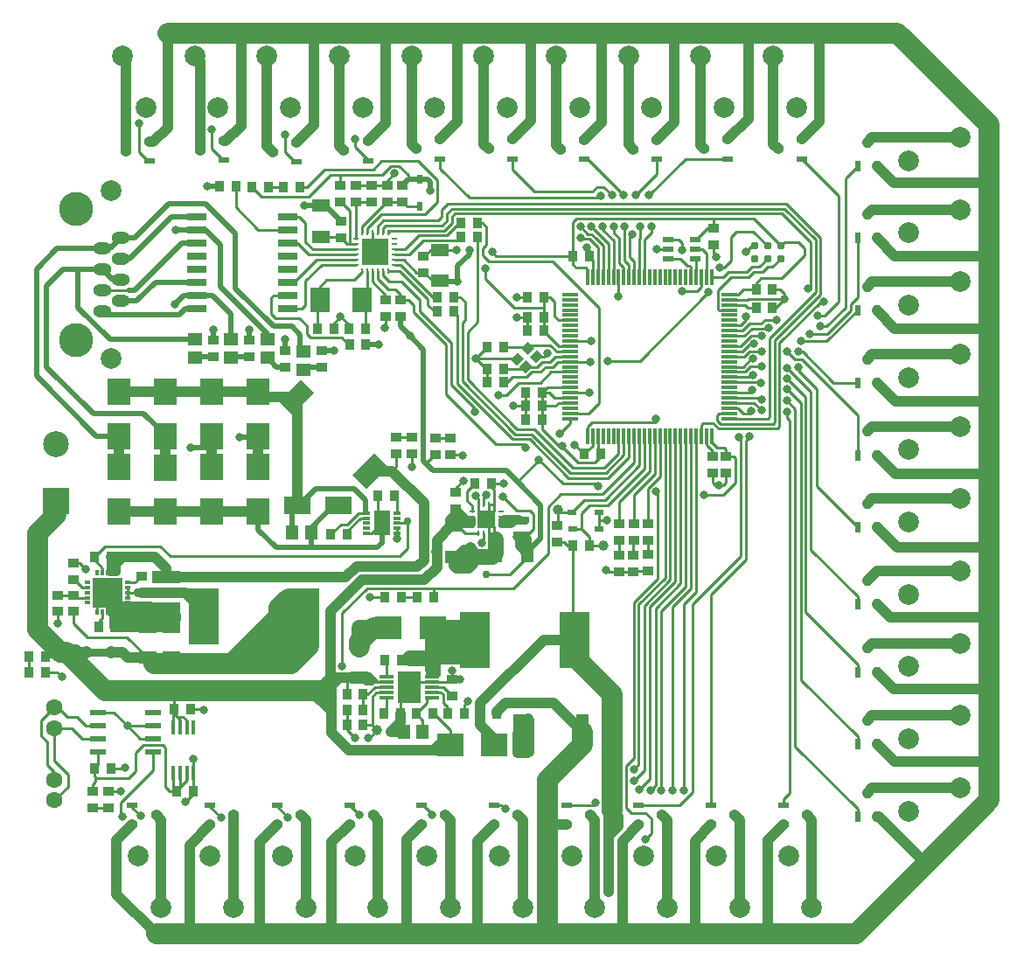
<source format=gtl>
G04 #@! TF.FileFunction,Copper,L1,Top,Signal*
%FSLAX46Y46*%
G04 Gerber Fmt 4.6, Leading zero omitted, Abs format (unit mm)*
G04 Created by KiCad (PCBNEW 4.0.4-stable) date Saturday, 15 October 2016 'PMt' 14:40:54*
%MOMM*%
%LPD*%
G01*
G04 APERTURE LIST*
%ADD10C,0.100000*%
%ADD11C,1.000000*%
%ADD12R,0.950000X1.000000*%
%ADD13R,0.480000X0.230000*%
%ADD14R,0.230000X0.480000*%
%ADD15C,0.500000*%
%ADD16R,2.600000X2.600000*%
%ADD17R,1.000000X0.950000*%
%ADD18R,1.800000X1.150000*%
%ADD19R,1.150000X1.800000*%
%ADD20R,1.450000X1.150000*%
%ADD21R,1.150000X1.450000*%
%ADD22R,2.700000X1.150000*%
%ADD23R,2.300000X2.500000*%
%ADD24R,2.500000X1.700000*%
%ADD25R,0.500000X0.900000*%
%ADD26R,0.900000X0.500000*%
%ADD27R,2.500000X2.300000*%
%ADD28R,1.500000X0.300000*%
%ADD29R,0.300000X1.500000*%
%ADD30R,0.600000X0.250000*%
%ADD31R,0.250000X0.600000*%
%ADD32C,0.300000*%
%ADD33R,1.700000X1.700000*%
%ADD34R,1.100000X0.600000*%
%ADD35R,0.700000X0.300000*%
%ADD36R,1.580000X2.350000*%
%ADD37R,0.300000X0.600000*%
%ADD38R,0.600000X0.300000*%
%ADD39R,2.850000X2.850000*%
%ADD40R,1.600000X0.500000*%
%ADD41R,2.900000X5.400000*%
%ADD42C,0.787000*%
%ADD43C,2.000000*%
%ADD44R,1.000000X0.600000*%
%ADD45R,0.600000X1.000000*%
%ADD46R,1.910000X0.640000*%
%ADD47R,1.900000X2.400000*%
%ADD48R,2.500000X2.500000*%
%ADD49C,2.500000*%
%ADD50R,1.250000X3.400000*%
%ADD51C,0.750000*%
%ADD52R,0.450000X1.450000*%
%ADD53R,1.550000X0.600000*%
%ADD54R,1.450000X0.300000*%
%ADD55R,2.200000X3.100000*%
%ADD56C,1.600000*%
%ADD57O,1.800000X1.200000*%
%ADD58C,3.300000*%
%ADD59C,1.200000*%
%ADD60C,0.800000*%
%ADD61C,0.250000*%
%ADD62C,1.000000*%
%ADD63C,0.500000*%
%ADD64C,1.500000*%
%ADD65C,2.000000*%
%ADD66C,0.750000*%
G04 APERTURE END LIST*
D10*
D11*
X75050000Y-114300000D03*
D12*
X72100000Y-113800000D03*
X73700000Y-113800000D03*
D13*
X72970000Y-66710000D03*
X72970000Y-67210000D03*
X72970000Y-67710000D03*
X72970000Y-68210000D03*
X72970000Y-68710000D03*
X72970000Y-69210000D03*
D14*
X73580000Y-69820000D03*
X74080000Y-69820000D03*
X74580000Y-69820000D03*
X75080000Y-69820000D03*
X75580000Y-69820000D03*
X76080000Y-69820000D03*
D13*
X76690000Y-69210000D03*
X76690000Y-68710000D03*
X76690000Y-68210000D03*
X76690000Y-67710000D03*
X76690000Y-67210000D03*
X76690000Y-66710000D03*
D14*
X76080000Y-66100000D03*
X75580000Y-66100000D03*
X75080000Y-66100000D03*
X74580000Y-66100000D03*
X74080000Y-66100000D03*
X73580000Y-66100000D03*
D15*
X74230000Y-67360000D03*
X74230000Y-68560000D03*
X75430000Y-67360000D03*
X75430000Y-68560000D03*
D16*
X74830000Y-67960000D03*
D12*
X87320000Y-80600000D03*
X85720000Y-80600000D03*
D17*
X107520000Y-87800000D03*
X107520000Y-89400000D03*
D12*
X111720000Y-73400000D03*
X113320000Y-73400000D03*
X91220000Y-72400000D03*
X89620000Y-72400000D03*
X91020000Y-82900000D03*
X89420000Y-82900000D03*
X91020000Y-84200000D03*
X89420000Y-84200000D03*
X91220000Y-74300000D03*
X89620000Y-74300000D03*
X91020000Y-81600000D03*
X89420000Y-81600000D03*
X91220000Y-75600000D03*
X89620000Y-75600000D03*
X93960000Y-68400000D03*
X95560000Y-68400000D03*
D17*
X108820000Y-87800000D03*
X108820000Y-89400000D03*
D12*
X111720000Y-71600000D03*
X113320000Y-71600000D03*
X96710000Y-87540000D03*
X95110000Y-87540000D03*
D18*
X82470000Y-94490000D03*
X82470000Y-97490000D03*
D17*
X82660000Y-92820000D03*
X82660000Y-91220000D03*
D12*
X86120000Y-90400000D03*
X84520000Y-90400000D03*
D19*
X89570000Y-97140000D03*
X86570000Y-97140000D03*
D20*
X67900000Y-77600000D03*
X67900000Y-79400000D03*
X57400000Y-76450000D03*
X57400000Y-78250000D03*
X64400000Y-76450000D03*
X64400000Y-78250000D03*
X60900000Y-76450000D03*
X60900000Y-78250000D03*
D21*
X66830000Y-95180000D03*
X68630000Y-95180000D03*
D12*
X72350000Y-76900000D03*
X73950000Y-76900000D03*
X61360000Y-61620000D03*
X59760000Y-61620000D03*
D17*
X74500000Y-63100000D03*
X74500000Y-61500000D03*
X73000000Y-63100000D03*
X73000000Y-61500000D03*
D12*
X73930000Y-75410000D03*
X72330000Y-75410000D03*
D22*
X54650000Y-99500000D03*
X54650000Y-102500000D03*
D12*
X69230000Y-75410000D03*
X70830000Y-75410000D03*
D18*
X81130000Y-70800000D03*
X81130000Y-67800000D03*
D17*
X45630000Y-99680000D03*
X45630000Y-98080000D03*
X79480000Y-69960000D03*
X79480000Y-68360000D03*
D18*
X69600000Y-66500000D03*
X69600000Y-63500000D03*
D17*
X71530000Y-66620000D03*
X71530000Y-65020000D03*
D12*
X48050000Y-104250000D03*
X49650000Y-104250000D03*
D17*
X52200000Y-99350000D03*
X52200000Y-100950000D03*
X76000000Y-63100000D03*
X76000000Y-61500000D03*
D18*
X52800000Y-107250000D03*
X52800000Y-104250000D03*
X55150000Y-107250000D03*
X55150000Y-104250000D03*
X73340000Y-109210000D03*
X73340000Y-106210000D03*
D21*
X79440000Y-114460000D03*
X77640000Y-114460000D03*
D17*
X82280000Y-110960000D03*
X82280000Y-109360000D03*
D12*
X75790000Y-107510000D03*
X77390000Y-107510000D03*
X85010000Y-112640000D03*
X86610000Y-112640000D03*
D23*
X63500000Y-81500000D03*
X63500000Y-85800000D03*
X63500000Y-88800000D03*
X63500000Y-93100000D03*
X59000000Y-81500000D03*
X59000000Y-85800000D03*
X59000000Y-88800000D03*
X59000000Y-93100000D03*
X50000000Y-81500000D03*
X50000000Y-85800000D03*
X50050000Y-88800000D03*
X50050000Y-93100000D03*
X54500000Y-81500000D03*
X54500000Y-85800000D03*
X54500000Y-88850000D03*
X54500000Y-93150000D03*
D24*
X67300000Y-92500000D03*
X71300000Y-92500000D03*
D25*
X79200000Y-60950000D03*
X79200000Y-63550000D03*
D26*
X96538582Y-94836758D03*
X93938582Y-94836758D03*
X96518582Y-93166758D03*
X93918582Y-93166758D03*
D27*
X82090000Y-115710000D03*
X86390000Y-115710000D03*
X80440000Y-104410000D03*
X76140000Y-104410000D03*
D28*
X93720000Y-72100000D03*
X93720000Y-72600000D03*
X93720000Y-73100000D03*
X93720000Y-73600000D03*
X93720000Y-74100000D03*
X93720000Y-74600000D03*
X93720000Y-75100000D03*
X93720000Y-75600000D03*
X93720000Y-76100000D03*
X93720000Y-76600000D03*
X93720000Y-77100000D03*
X93720000Y-77600000D03*
X93720000Y-78100000D03*
X93720000Y-78600000D03*
X93720000Y-79100000D03*
X93720000Y-79600000D03*
X93720000Y-80100000D03*
X93720000Y-80600000D03*
X93720000Y-81100000D03*
X93720000Y-81600000D03*
X93720000Y-82100000D03*
X93720000Y-82600000D03*
X93720000Y-83100000D03*
X93720000Y-83600000D03*
X93720000Y-84100000D03*
D29*
X95420000Y-85800000D03*
X95920000Y-85800000D03*
X96420000Y-85800000D03*
X96920000Y-85800000D03*
X97420000Y-85800000D03*
X97920000Y-85800000D03*
X98420000Y-85800000D03*
X98920000Y-85800000D03*
X99420000Y-85800000D03*
X99920000Y-85800000D03*
X100420000Y-85800000D03*
X100920000Y-85800000D03*
X101420000Y-85800000D03*
X101920000Y-85800000D03*
X102420000Y-85800000D03*
X102920000Y-85800000D03*
X103420000Y-85800000D03*
X103920000Y-85800000D03*
X104420000Y-85800000D03*
X104920000Y-85800000D03*
X105420000Y-85800000D03*
X105920000Y-85800000D03*
X106420000Y-85800000D03*
X106920000Y-85800000D03*
X107420000Y-85800000D03*
D28*
X109120000Y-84100000D03*
X109120000Y-83600000D03*
X109120000Y-83100000D03*
X109120000Y-82600000D03*
X109120000Y-82100000D03*
X109120000Y-81600000D03*
X109120000Y-81100000D03*
X109120000Y-80600000D03*
X109120000Y-80100000D03*
X109120000Y-79600000D03*
X109120000Y-79100000D03*
X109120000Y-78600000D03*
X109120000Y-78100000D03*
X109120000Y-77600000D03*
X109120000Y-77100000D03*
X109120000Y-76600000D03*
X109120000Y-76100000D03*
X109120000Y-75600000D03*
X109120000Y-75100000D03*
X109120000Y-74600000D03*
X109120000Y-74100000D03*
X109120000Y-73600000D03*
X109120000Y-73100000D03*
X109120000Y-72600000D03*
X109120000Y-72100000D03*
D29*
X107420000Y-70400000D03*
X106920000Y-70400000D03*
X106420000Y-70400000D03*
X105920000Y-70400000D03*
X105420000Y-70400000D03*
X104920000Y-70400000D03*
X104420000Y-70400000D03*
X103920000Y-70400000D03*
X103420000Y-70400000D03*
X102920000Y-70400000D03*
X102420000Y-70400000D03*
X101920000Y-70400000D03*
X101420000Y-70400000D03*
X100920000Y-70400000D03*
X100420000Y-70400000D03*
X99920000Y-70400000D03*
X99420000Y-70400000D03*
X98920000Y-70400000D03*
X98420000Y-70400000D03*
X97920000Y-70400000D03*
X97420000Y-70400000D03*
X96920000Y-70400000D03*
X96420000Y-70400000D03*
X95920000Y-70400000D03*
X95420000Y-70400000D03*
D30*
X87020000Y-94590000D03*
X87020000Y-94090000D03*
X87020000Y-93590000D03*
X87020000Y-93090000D03*
D31*
X86370000Y-92440000D03*
X85870000Y-92440000D03*
X85370000Y-92440000D03*
X84870000Y-92440000D03*
D30*
X84220000Y-93090000D03*
X84220000Y-93590000D03*
X84220000Y-94090000D03*
X84220000Y-94590000D03*
D31*
X84870000Y-95240000D03*
X85370000Y-95240000D03*
X85870000Y-95240000D03*
X86370000Y-95240000D03*
D32*
X86220000Y-94440000D03*
X86220000Y-93240000D03*
X85020000Y-94440000D03*
X85020000Y-93240000D03*
D33*
X85620000Y-93840000D03*
D34*
X103250000Y-66780000D03*
X103250000Y-67730000D03*
X103250000Y-68680000D03*
X105850000Y-68680000D03*
X105850000Y-67730000D03*
X105850000Y-66780000D03*
D35*
X74025000Y-93250000D03*
X74025000Y-93750000D03*
X74025000Y-94250000D03*
X74025000Y-94750000D03*
X74025000Y-95250000D03*
X76975000Y-95250000D03*
X76975000Y-94750000D03*
X76975000Y-94250000D03*
X76975000Y-93750000D03*
X76975000Y-93250000D03*
D36*
X75500000Y-94250000D03*
D37*
X49950000Y-99025000D03*
X49450000Y-99025000D03*
X48950000Y-99025000D03*
X48450000Y-99025000D03*
X47950000Y-99025000D03*
D38*
X47025000Y-99950000D03*
X47025000Y-100450000D03*
X47025000Y-100950000D03*
X47025000Y-101450000D03*
X47025000Y-101950000D03*
D37*
X47950000Y-102875000D03*
X48450000Y-102875000D03*
X48950000Y-102875000D03*
X49450000Y-102875000D03*
X49950000Y-102875000D03*
D38*
X50875000Y-101950000D03*
X50875000Y-101450000D03*
X50875000Y-100950000D03*
X50875000Y-100450000D03*
X50875000Y-99950000D03*
D15*
X50100000Y-99800000D03*
X48950000Y-99800000D03*
X47800000Y-99800000D03*
X50100000Y-100950000D03*
X48950000Y-100950000D03*
X47800000Y-100950000D03*
X50100000Y-102100000D03*
X48950000Y-102100000D03*
X47800000Y-102100000D03*
D39*
X48950000Y-100950000D03*
D40*
X88970000Y-93840000D03*
X88970000Y-95340000D03*
D10*
G36*
X72675266Y-89596586D02*
X74796586Y-87475266D01*
X76104734Y-88783414D01*
X73983414Y-90904734D01*
X72675266Y-89596586D01*
X72675266Y-89596586D01*
G37*
G36*
X65495266Y-82416586D02*
X67616586Y-80295266D01*
X68924734Y-81603414D01*
X66803414Y-83724734D01*
X65495266Y-82416586D01*
X65495266Y-82416586D01*
G37*
D17*
X71500000Y-61500000D03*
X71500000Y-63100000D03*
D41*
X67950000Y-103250000D03*
X58250000Y-103250000D03*
X94160000Y-105530000D03*
X84460000Y-105530000D03*
D42*
X114090000Y-67360000D03*
X114090000Y-68630000D03*
X112820000Y-67360000D03*
X112820000Y-68630000D03*
X111550000Y-67360000D03*
X111550000Y-68630000D03*
D43*
X51875000Y-126500000D03*
X54125000Y-131500000D03*
X58875000Y-126500000D03*
X61125000Y-131500000D03*
X65875000Y-126500000D03*
X68125000Y-131500000D03*
X72875000Y-126500000D03*
X75125000Y-131500000D03*
X79875000Y-126500000D03*
X82125000Y-131500000D03*
X86875000Y-126500000D03*
X89125000Y-131500000D03*
X93875000Y-126500000D03*
X96125000Y-131500000D03*
X100875000Y-126500000D03*
X103125000Y-131500000D03*
X107875000Y-126500000D03*
X110125000Y-131500000D03*
X114875000Y-126500000D03*
X117125000Y-131500000D03*
X126500000Y-122125000D03*
X131500000Y-119875000D03*
X126500000Y-115125000D03*
X131500000Y-112875000D03*
X126500000Y-108125000D03*
X131500000Y-105875000D03*
X126500000Y-101125000D03*
X131500000Y-98875000D03*
X126500000Y-94125000D03*
X131500000Y-91875000D03*
X126500000Y-87125000D03*
X131500000Y-84875000D03*
X126500000Y-80125000D03*
X131500000Y-77875000D03*
X126500000Y-73125000D03*
X131500000Y-70875000D03*
X126500000Y-66125000D03*
X131500000Y-63875000D03*
X126500000Y-59125000D03*
X131500000Y-56875000D03*
X115625000Y-54000000D03*
X113375000Y-49000000D03*
X108625000Y-54000000D03*
X106375000Y-49000000D03*
X101625000Y-54000000D03*
X99375000Y-49000000D03*
X94625000Y-54000000D03*
X92375000Y-49000000D03*
X87625000Y-54000000D03*
X85375000Y-49000000D03*
X80625000Y-54000000D03*
X78375000Y-49000000D03*
X73625000Y-54000000D03*
X71375000Y-49000000D03*
X66625000Y-54000000D03*
X64375000Y-49000000D03*
X59625000Y-54000000D03*
X57375000Y-49000000D03*
X52625000Y-54000000D03*
X50375000Y-49000000D03*
D44*
X51350000Y-121550000D03*
X51350000Y-123450000D03*
X53650000Y-122500000D03*
X58860000Y-121540000D03*
X58860000Y-123440000D03*
X61160000Y-122490000D03*
X65350000Y-121550000D03*
X65350000Y-123450000D03*
X67650000Y-122500000D03*
X72350000Y-121550000D03*
X72350000Y-123450000D03*
X74650000Y-122500000D03*
X79350000Y-121550000D03*
X79350000Y-123450000D03*
X81650000Y-122500000D03*
X86350000Y-121550000D03*
X86350000Y-123450000D03*
X88650000Y-122500000D03*
X93350000Y-121550000D03*
X93350000Y-123450000D03*
X95650000Y-122500000D03*
X100350000Y-121550000D03*
X100350000Y-123450000D03*
X102650000Y-122500000D03*
X107350000Y-121550000D03*
X107350000Y-123450000D03*
X109650000Y-122500000D03*
X114350000Y-121550000D03*
X114350000Y-123450000D03*
X116650000Y-122500000D03*
D45*
X121550000Y-122650000D03*
X123450000Y-122650000D03*
X122500000Y-120350000D03*
X121550000Y-115650000D03*
X123450000Y-115650000D03*
X122500000Y-113350000D03*
X121550000Y-108650000D03*
X123450000Y-108650000D03*
X122500000Y-106350000D03*
X121550000Y-102100000D03*
X123450000Y-102100000D03*
X122500000Y-99800000D03*
X121550000Y-94650000D03*
X123450000Y-94650000D03*
X122500000Y-92350000D03*
X121550000Y-87650000D03*
X123450000Y-87650000D03*
X122500000Y-85350000D03*
X121550000Y-80650000D03*
X123450000Y-80650000D03*
X122500000Y-78350000D03*
X121550000Y-73650000D03*
X123450000Y-73650000D03*
X122500000Y-71350000D03*
X121550000Y-66650000D03*
X123450000Y-66650000D03*
X122500000Y-64350000D03*
X121550000Y-59650000D03*
X123450000Y-59650000D03*
X122500000Y-57350000D03*
D44*
X116150000Y-58950000D03*
X116150000Y-57050000D03*
X113850000Y-58000000D03*
X109000000Y-58950000D03*
X109000000Y-57050000D03*
X106700000Y-58000000D03*
X102150000Y-59000000D03*
X102150000Y-57100000D03*
X99850000Y-58050000D03*
X95090000Y-58990000D03*
X95090000Y-57090000D03*
X92790000Y-58040000D03*
X88150000Y-58950000D03*
X88150000Y-57050000D03*
X85850000Y-58000000D03*
X81150000Y-58950000D03*
X81150000Y-57050000D03*
X78850000Y-58000000D03*
X74140000Y-59130000D03*
X74140000Y-57230000D03*
X71840000Y-58180000D03*
X67250000Y-59250000D03*
X67250000Y-57350000D03*
X64950000Y-58300000D03*
X60180000Y-59100000D03*
X60180000Y-57200000D03*
X57880000Y-58150000D03*
X53000000Y-59200000D03*
X53000000Y-57300000D03*
X50700000Y-58250000D03*
D17*
X69650000Y-79100000D03*
X69650000Y-77500000D03*
X59150000Y-78150000D03*
X59150000Y-76550000D03*
X66150000Y-79100000D03*
X66150000Y-77500000D03*
X62650000Y-78150000D03*
X62650000Y-76550000D03*
D12*
X72160000Y-95340000D03*
X70560000Y-95340000D03*
X76700000Y-91600000D03*
X75100000Y-91600000D03*
X49250000Y-97500000D03*
X47650000Y-97500000D03*
D17*
X75880000Y-72600000D03*
X75880000Y-74200000D03*
X77300000Y-74200000D03*
X77300000Y-72600000D03*
X77500000Y-61500000D03*
X77500000Y-63100000D03*
X45660000Y-102800000D03*
X45660000Y-101200000D03*
X44140000Y-101200000D03*
X44140000Y-102800000D03*
D12*
X72100000Y-110800000D03*
X73700000Y-110800000D03*
X73700000Y-112300000D03*
X72100000Y-112300000D03*
X78800000Y-112700000D03*
X80400000Y-112700000D03*
X94008582Y-96416758D03*
X95608582Y-96416758D03*
X75690000Y-112710000D03*
X77290000Y-112710000D03*
D17*
X92488582Y-94466758D03*
X92488582Y-96066758D03*
D12*
X83500000Y-112640000D03*
X81900000Y-112640000D03*
D46*
X57615000Y-64555000D03*
X57615000Y-65825000D03*
X57615000Y-67095000D03*
X57615000Y-68365000D03*
X57615000Y-69635000D03*
X57615000Y-70905000D03*
X57615000Y-72175000D03*
X57615000Y-73445000D03*
X66385000Y-73445000D03*
X66385000Y-72175000D03*
X66385000Y-70905000D03*
X66385000Y-69635000D03*
X66385000Y-68365000D03*
X66385000Y-67095000D03*
X66385000Y-65825000D03*
X66385000Y-64555000D03*
D47*
X69480000Y-72660000D03*
X73580000Y-72660000D03*
D48*
X43960000Y-92090000D03*
D49*
X43960000Y-86590000D03*
D50*
X94940000Y-114450000D03*
X88840000Y-114450000D03*
D51*
X85570000Y-99190000D03*
X78000000Y-94000000D03*
D11*
X96928582Y-96426758D03*
X92508582Y-92976758D03*
D12*
X55410000Y-112270000D03*
X57010000Y-112270000D03*
X47670000Y-117970000D03*
X49270000Y-117970000D03*
X55600000Y-120190000D03*
X57200000Y-120190000D03*
D52*
X55325000Y-118420000D03*
X55975000Y-118420000D03*
X56625000Y-118420000D03*
X57275000Y-118420000D03*
X57275000Y-114020000D03*
X56625000Y-114020000D03*
X55975000Y-114020000D03*
X55325000Y-114020000D03*
D53*
X53370000Y-116375000D03*
X53370000Y-115105000D03*
X53370000Y-113835000D03*
X53370000Y-112565000D03*
X47970000Y-112565000D03*
X47970000Y-113835000D03*
X47970000Y-115105000D03*
X47970000Y-116375000D03*
D54*
X75940000Y-109110000D03*
X75940000Y-109610000D03*
X75940000Y-110110000D03*
X75940000Y-110610000D03*
X75940000Y-111110000D03*
X80340000Y-111110000D03*
X80340000Y-110610000D03*
X80340000Y-110110000D03*
X80340000Y-109610000D03*
X80340000Y-109110000D03*
D15*
X77340000Y-108910000D03*
X77340000Y-109710000D03*
X77340000Y-110510000D03*
X77340000Y-111310000D03*
X78140000Y-108910000D03*
X78140000Y-109710000D03*
X78140000Y-110510000D03*
X78140000Y-111310000D03*
X78940000Y-108910000D03*
X78940000Y-109710000D03*
X78940000Y-110510000D03*
X78940000Y-111310000D03*
D55*
X78140000Y-110110000D03*
D56*
X43760000Y-112080000D03*
X43760000Y-114080000D03*
X43760000Y-119080000D03*
X43760000Y-121080000D03*
D17*
X107570000Y-65650000D03*
X107570000Y-67250000D03*
X76900000Y-85950000D03*
X76900000Y-87550000D03*
D12*
X41360000Y-107160000D03*
X42960000Y-107160000D03*
D17*
X47500000Y-121800000D03*
X47500000Y-120200000D03*
X80660000Y-86010000D03*
X80660000Y-87610000D03*
D12*
X65950000Y-61700000D03*
X67550000Y-61700000D03*
D17*
X101280000Y-95880000D03*
X101280000Y-94280000D03*
D12*
X78890000Y-101420000D03*
X80490000Y-101420000D03*
D17*
X98430000Y-95880000D03*
X98430000Y-94280000D03*
X99870000Y-95880000D03*
X99870000Y-94280000D03*
X78410000Y-85940000D03*
X78410000Y-87540000D03*
D12*
X41360000Y-108650000D03*
X42960000Y-108650000D03*
D17*
X49000000Y-121800000D03*
X49000000Y-120200000D03*
X82160000Y-85990000D03*
X82160000Y-87590000D03*
D12*
X64550000Y-61700000D03*
X62950000Y-61700000D03*
D17*
X101260000Y-97300000D03*
X101260000Y-98900000D03*
D12*
X77390000Y-101410000D03*
X75790000Y-101410000D03*
D17*
X98440000Y-97310000D03*
X98440000Y-98910000D03*
X99860000Y-97310000D03*
X99860000Y-98910000D03*
D12*
X87320000Y-77200000D03*
X85720000Y-77200000D03*
X87320000Y-79300000D03*
X85720000Y-79300000D03*
D10*
G36*
X89661421Y-76644365D02*
X90262462Y-77245406D01*
X89590711Y-77917157D01*
X88989670Y-77316116D01*
X89661421Y-76644365D01*
X89661421Y-76644365D01*
G37*
G36*
X88636116Y-77669670D02*
X89237157Y-78270711D01*
X88565406Y-78942462D01*
X87964365Y-78341421D01*
X88636116Y-77669670D01*
X88636116Y-77669670D01*
G37*
G36*
X89449289Y-78482843D02*
X90050330Y-79083884D01*
X89378579Y-79755635D01*
X88777538Y-79154594D01*
X89449289Y-78482843D01*
X89449289Y-78482843D01*
G37*
G36*
X90474594Y-77457538D02*
X91075635Y-78058579D01*
X90403884Y-78730330D01*
X89802843Y-78129289D01*
X90474594Y-77457538D01*
X90474594Y-77457538D01*
G37*
D12*
X80890000Y-73740000D03*
X82490000Y-73740000D03*
X80880000Y-72340000D03*
X82480000Y-72340000D03*
X83140000Y-66540000D03*
X84740000Y-66540000D03*
X83140000Y-65200000D03*
X84740000Y-65200000D03*
D43*
X49289000Y-62048000D03*
D57*
X50178000Y-66620000D03*
X50178000Y-68652000D03*
X50178000Y-70684000D03*
X50178000Y-72716000D03*
X48400000Y-69668000D03*
X48400000Y-71700000D03*
X48400000Y-67636000D03*
X48400000Y-73732000D03*
D58*
X45860000Y-76526000D03*
X45860000Y-63826000D03*
D43*
X49289000Y-78304000D03*
D59*
X49270000Y-106760000D03*
X46870000Y-106760000D03*
D60*
X58550000Y-61600000D03*
X76750000Y-60350000D03*
X75150000Y-76900000D03*
X68000000Y-63500000D03*
X72900000Y-115050000D03*
X83310000Y-87650000D03*
X78400000Y-88820000D03*
X95320000Y-67560000D03*
X76970000Y-95750000D03*
X74380000Y-101410000D03*
X56460000Y-121210000D03*
X97210000Y-98750000D03*
X107870000Y-68430000D03*
X102080000Y-67740000D03*
X114510000Y-72520000D03*
X94170000Y-86650000D03*
X82720000Y-67820000D03*
X87260000Y-90430000D03*
X82740000Y-98640000D03*
X83370000Y-90110000D03*
X84570000Y-91590000D03*
X83890000Y-98640000D03*
X84350000Y-97490000D03*
X84050000Y-96580000D03*
X73340000Y-105180000D03*
X73420000Y-104290000D03*
X74370000Y-104410000D03*
X88670000Y-116520000D03*
X89610000Y-116520000D03*
X89770000Y-115660000D03*
X89770000Y-114350000D03*
X89650000Y-113190000D03*
X76350000Y-114460000D03*
X83080000Y-109360000D03*
X82260000Y-108550000D03*
X75740000Y-75290000D03*
X44500000Y-109140000D03*
X50190000Y-120220000D03*
X50870000Y-113880000D03*
X50600000Y-117900000D03*
X57240000Y-117030000D03*
X58210000Y-112320000D03*
X44120000Y-103940000D03*
X46830000Y-98670000D03*
X54140000Y-103450000D03*
X52660000Y-102360000D03*
X51670000Y-102360000D03*
X51320000Y-103950000D03*
X52300000Y-103060000D03*
X50720000Y-102990000D03*
X71500000Y-74200000D03*
X110720000Y-68000000D03*
X108120000Y-90600000D03*
X98420000Y-72300000D03*
X95720000Y-76600000D03*
X88520000Y-72400000D03*
X88520000Y-74300000D03*
X88220000Y-82900000D03*
X95620000Y-81600000D03*
X91520000Y-77800000D03*
X84620000Y-78300000D03*
X97390000Y-78550000D03*
X95670000Y-78600000D03*
X108220000Y-69500000D03*
X107120000Y-71900000D03*
X80150000Y-62050000D03*
X97320000Y-93950000D03*
X106720000Y-91540000D03*
X96440000Y-90650000D03*
X92960000Y-86740000D03*
X90720000Y-88110000D03*
X85490000Y-69540000D03*
X86170000Y-68000000D03*
X83950000Y-67770000D03*
X82790000Y-70830000D03*
X78200000Y-76070000D03*
X85600000Y-91540000D03*
X85200000Y-96130000D03*
X87170000Y-91640000D03*
X61700000Y-85950000D03*
X55550000Y-65850000D03*
X56950000Y-86900000D03*
X55450000Y-73050000D03*
X97460000Y-129980000D03*
X97460000Y-128810000D03*
X97460000Y-127550000D03*
X97460000Y-126310000D03*
X83800000Y-111480000D03*
X87480000Y-111610000D03*
X86760000Y-81880000D03*
X84460000Y-83480000D03*
X92710000Y-85540000D03*
X89430000Y-86920000D03*
X118320000Y-72810000D03*
X116740000Y-71530000D03*
X70850000Y-77500000D03*
X59150000Y-75500000D03*
X62650000Y-75500000D03*
X66150000Y-76400000D03*
X74150000Y-115050000D03*
X71660000Y-108070000D03*
X104580000Y-71810000D03*
X104550000Y-67820000D03*
X102030000Y-84110000D03*
X102060000Y-91130000D03*
X100990000Y-124850000D03*
X50350000Y-122680000D03*
X104720000Y-120080000D03*
X52120000Y-122560000D03*
X103620000Y-120090000D03*
X59910000Y-122750000D03*
X102520000Y-120140000D03*
X66380000Y-122710000D03*
X101490000Y-120090000D03*
X73290000Y-122500000D03*
X100420000Y-120070000D03*
X80370000Y-122500000D03*
X99900000Y-119180000D03*
X87460000Y-121930000D03*
X99890000Y-118080000D03*
X96150000Y-121310000D03*
X110040000Y-85890000D03*
X111250000Y-83370000D03*
X111060000Y-85840000D03*
X112250000Y-83330000D03*
X112230000Y-82270000D03*
X114740000Y-83460000D03*
X111320000Y-81370000D03*
X114740000Y-82390000D03*
X112210000Y-80630000D03*
X114730000Y-81290000D03*
X111450000Y-79870000D03*
X114740000Y-80230000D03*
X112260000Y-79090000D03*
X114750000Y-79200000D03*
X115830000Y-79160000D03*
X111420000Y-78330000D03*
X114740000Y-77600000D03*
X112230000Y-77590000D03*
X115830000Y-77620000D03*
X111530000Y-76860000D03*
X116100000Y-76640000D03*
X112270000Y-76130000D03*
X116950000Y-75910000D03*
X112960000Y-75300000D03*
X117920000Y-75150000D03*
X113720000Y-74590000D03*
X117680000Y-74170000D03*
X110730000Y-74240000D03*
X101570000Y-65530000D03*
X101360000Y-62470000D03*
X100470000Y-65530000D03*
X100090000Y-62490000D03*
X99740000Y-66300000D03*
X98890000Y-62490000D03*
X98990000Y-65510000D03*
X97750000Y-62450000D03*
X97940000Y-65520000D03*
X96690000Y-62540000D03*
X94750000Y-66590000D03*
X72910000Y-57030000D03*
X94750000Y-65550000D03*
X66110000Y-56580000D03*
X95750000Y-65510000D03*
X59000000Y-56120000D03*
X96900000Y-65530000D03*
X51960000Y-55540000D03*
D61*
X76900000Y-87550000D02*
X76900000Y-88740000D01*
X76900000Y-88740000D02*
X76450000Y-89190000D01*
D62*
X79550000Y-92290000D02*
X76450000Y-89190000D01*
X76450000Y-89190000D02*
X74390000Y-89190000D01*
X79550000Y-97820000D02*
X79550000Y-92290000D01*
D61*
X49680000Y-99190000D02*
X49785000Y-99190000D01*
X49785000Y-99190000D02*
X49950000Y-99025000D01*
D63*
X49950000Y-99025000D02*
X49950000Y-98710000D01*
X49950000Y-98710000D02*
X49950000Y-98510000D01*
D61*
X49680000Y-99190000D02*
X49680000Y-98980000D01*
X49680000Y-98980000D02*
X49950000Y-98710000D01*
X49680000Y-99190000D02*
X49690000Y-99180000D01*
X49130000Y-99190000D02*
X49680000Y-99190000D01*
X48965000Y-99025000D02*
X49130000Y-99190000D01*
X48950000Y-99025000D02*
X48965000Y-99025000D01*
D62*
X50780000Y-97500000D02*
X53520000Y-97500000D01*
X53520000Y-97500000D02*
X54650000Y-98630000D01*
X54650000Y-98630000D02*
X54650000Y-99500000D01*
X79550000Y-97820000D02*
X78950000Y-98420000D01*
X78950000Y-98420000D02*
X73040000Y-98420000D01*
X73040000Y-98420000D02*
X71960000Y-99500000D01*
X71960000Y-99500000D02*
X54650000Y-99500000D01*
D61*
X48950000Y-99025000D02*
X48950000Y-99030000D01*
X53340000Y-97500000D02*
X53520000Y-97500000D01*
D62*
X49950000Y-97500000D02*
X50780000Y-97500000D01*
D61*
X49950000Y-98510000D02*
X49950000Y-98330000D01*
X49950000Y-98330000D02*
X50780000Y-97500000D01*
X48950000Y-98510000D02*
X48950000Y-97800000D01*
X48950000Y-97800000D02*
X49250000Y-97500000D01*
X48950000Y-98240000D02*
X49130000Y-98060000D01*
X48950000Y-99025000D02*
X48950000Y-98240000D01*
X48950000Y-99025000D02*
X48950000Y-98510000D01*
X48950000Y-98510000D02*
X49450000Y-98010000D01*
D63*
X49450000Y-99025000D02*
X49450000Y-98250000D01*
X49450000Y-98250000D02*
X49450000Y-98010000D01*
D61*
X48950000Y-99025000D02*
X48950000Y-98750000D01*
X48950000Y-98750000D02*
X49450000Y-98250000D01*
X48950000Y-98980000D02*
X49160000Y-98770000D01*
X48950000Y-99025000D02*
X48950000Y-98980000D01*
X48950000Y-99025000D02*
X49450000Y-99025000D01*
D62*
X49250000Y-97500000D02*
X49950000Y-97500000D01*
D63*
X49950000Y-98510000D02*
X49950000Y-97500000D01*
X49450000Y-98010000D02*
X49450000Y-97700000D01*
X49950000Y-98510000D02*
X49450000Y-98010000D01*
X49450000Y-97700000D02*
X49250000Y-97500000D01*
X59760000Y-61620000D02*
X58570000Y-61620000D01*
X58570000Y-61620000D02*
X58550000Y-61600000D01*
X69600000Y-63500000D02*
X68000000Y-63500000D01*
X69600000Y-63500000D02*
X70010000Y-63500000D01*
X70010000Y-63500000D02*
X71530000Y-65020000D01*
D61*
X76000000Y-61500000D02*
X76000000Y-61100000D01*
X76000000Y-61100000D02*
X76750000Y-60350000D01*
X73000000Y-61500000D02*
X74500000Y-61500000D01*
X74500000Y-61500000D02*
X76000000Y-61500000D01*
D63*
X73950000Y-76900000D02*
X75150000Y-76900000D01*
D61*
X72100000Y-113800000D02*
X72100000Y-114250000D01*
X72100000Y-114250000D02*
X72900000Y-115050000D01*
X72100000Y-112300000D02*
X72100000Y-113800000D01*
X82160000Y-87590000D02*
X83250000Y-87590000D01*
X83250000Y-87590000D02*
X83310000Y-87650000D01*
X78410000Y-87540000D02*
X78410000Y-88810000D01*
X78410000Y-88810000D02*
X78400000Y-88820000D01*
X95560000Y-68400000D02*
X95560000Y-67800000D01*
X95560000Y-67800000D02*
X95320000Y-67560000D01*
X76975000Y-95250000D02*
X76975000Y-95745000D01*
X76975000Y-95745000D02*
X76970000Y-95750000D01*
X76975000Y-94750000D02*
X76975000Y-95250000D01*
X75790000Y-101410000D02*
X74380000Y-101410000D01*
X95620000Y-68400000D02*
X95620000Y-68150000D01*
X57200000Y-120190000D02*
X57200000Y-120470000D01*
X57200000Y-120470000D02*
X56460000Y-121210000D01*
X98440000Y-98910000D02*
X97370000Y-98910000D01*
X97370000Y-98910000D02*
X97210000Y-98750000D01*
X99860000Y-98910000D02*
X98440000Y-98910000D01*
X101260000Y-98900000D02*
X99870000Y-98900000D01*
X99870000Y-98900000D02*
X99860000Y-98910000D01*
X107570000Y-67250000D02*
X107570000Y-68130000D01*
X107570000Y-68130000D02*
X107870000Y-68430000D01*
X103250000Y-67730000D02*
X102090000Y-67730000D01*
X102090000Y-67730000D02*
X102080000Y-67740000D01*
X110880000Y-72600000D02*
X110960000Y-72520000D01*
X110960000Y-72520000D02*
X114510000Y-72520000D01*
X109120000Y-72600000D02*
X110880000Y-72600000D01*
X113320000Y-73400000D02*
X113630000Y-73400000D01*
X113630000Y-73400000D02*
X114510000Y-72520000D01*
X114510000Y-72030000D02*
X114510000Y-72520000D01*
X114080000Y-71600000D02*
X114510000Y-72030000D01*
X113320000Y-71600000D02*
X114080000Y-71600000D01*
X95110000Y-87540000D02*
X95060000Y-87540000D01*
X95060000Y-87540000D02*
X94170000Y-86650000D01*
X95120000Y-87540000D02*
X95920000Y-86740000D01*
X95920000Y-86740000D02*
X95920000Y-85800000D01*
X95110000Y-87540000D02*
X95120000Y-87540000D01*
X81130000Y-67800000D02*
X82700000Y-67800000D01*
X82700000Y-67800000D02*
X82720000Y-67820000D01*
X79640000Y-68360000D02*
X80200000Y-67800000D01*
X80200000Y-67800000D02*
X81130000Y-67800000D01*
X79480000Y-68360000D02*
X79640000Y-68360000D01*
X86120000Y-90400000D02*
X87230000Y-90400000D01*
X87230000Y-90400000D02*
X87260000Y-90430000D01*
D62*
X82740000Y-98640000D02*
X83890000Y-98640000D01*
X82470000Y-97490000D02*
X82470000Y-98370000D01*
X82470000Y-98370000D02*
X82740000Y-98640000D01*
D61*
X82660000Y-91220000D02*
X82660000Y-90820000D01*
X82660000Y-90820000D02*
X83370000Y-90110000D01*
X84870000Y-92440000D02*
X84870000Y-91890000D01*
X84870000Y-91890000D02*
X84570000Y-91590000D01*
X86120000Y-90770000D02*
X86370000Y-91020000D01*
X86370000Y-91020000D02*
X86370000Y-92440000D01*
X86120000Y-90400000D02*
X86120000Y-90770000D01*
D62*
X83890000Y-98640000D02*
X83890000Y-98160000D01*
X83890000Y-98160000D02*
X83890000Y-96740000D01*
X82470000Y-97490000D02*
X83220000Y-97490000D01*
X83220000Y-97490000D02*
X83890000Y-98160000D01*
X82470000Y-97490000D02*
X84350000Y-97490000D01*
D63*
X83890000Y-98640000D02*
X83620000Y-98640000D01*
X83620000Y-98640000D02*
X82470000Y-97490000D01*
X84050000Y-96580000D02*
X83380000Y-96580000D01*
X83380000Y-96580000D02*
X82470000Y-97490000D01*
D62*
X83890000Y-96740000D02*
X84050000Y-96580000D01*
X84350000Y-97490000D02*
X84350000Y-98180000D01*
X84350000Y-98180000D02*
X83890000Y-98640000D01*
X84350000Y-97490000D02*
X84350000Y-96880000D01*
X84350000Y-96880000D02*
X84050000Y-96580000D01*
D64*
X84350000Y-97490000D02*
X86220000Y-97490000D01*
D61*
X84050000Y-96580000D02*
X84050000Y-97190000D01*
X84050000Y-97190000D02*
X84350000Y-97490000D01*
X82470000Y-97490000D02*
X83140000Y-97490000D01*
X83140000Y-97490000D02*
X84050000Y-96580000D01*
D64*
X86220000Y-97490000D02*
X86570000Y-97140000D01*
D61*
X85870000Y-95240000D02*
X86370000Y-95240000D01*
D64*
X86570000Y-97140000D02*
X86570000Y-96530000D01*
X86570000Y-96530000D02*
X86570000Y-95800000D01*
D61*
X85870000Y-95240000D02*
X85870000Y-95830000D01*
X85870000Y-95830000D02*
X86570000Y-96530000D01*
X86370000Y-95240000D02*
X86370000Y-94590000D01*
X86370000Y-94590000D02*
X86220000Y-94440000D01*
X73340000Y-105730000D02*
X73340000Y-105180000D01*
X73340000Y-105180000D02*
X73340000Y-104420000D01*
D64*
X73350000Y-104410000D02*
X74660000Y-104410000D01*
X73340000Y-104420000D02*
X73350000Y-104410000D01*
X73340000Y-106210000D02*
X73340000Y-104420000D01*
D65*
X73340000Y-105730000D02*
X74660000Y-104410000D01*
X74660000Y-104410000D02*
X76140000Y-104410000D01*
X73340000Y-106210000D02*
X73340000Y-105730000D01*
D62*
X88670000Y-116520000D02*
X88670000Y-114620000D01*
X88670000Y-114620000D02*
X88840000Y-114450000D01*
X89610000Y-116520000D02*
X88670000Y-116520000D01*
X89770000Y-116360000D02*
X89610000Y-116520000D01*
X89770000Y-115660000D02*
X89770000Y-116360000D01*
X89770000Y-114350000D02*
X89770000Y-115660000D01*
X89770000Y-113310000D02*
X89770000Y-114350000D01*
X89650000Y-113190000D02*
X89770000Y-113310000D01*
X88840000Y-114000000D02*
X89650000Y-113190000D01*
X88840000Y-114450000D02*
X88840000Y-114000000D01*
X77290000Y-112710000D02*
X77290000Y-113520000D01*
X77290000Y-113520000D02*
X76350000Y-114460000D01*
X77640000Y-114460000D02*
X76350000Y-114460000D01*
D61*
X82280000Y-109360000D02*
X83080000Y-109360000D01*
X82280000Y-109360000D02*
X82280000Y-108570000D01*
X82280000Y-108570000D02*
X82260000Y-108550000D01*
X80340000Y-109610000D02*
X82030000Y-109610000D01*
X82030000Y-109610000D02*
X82280000Y-109360000D01*
X75880000Y-74200000D02*
X75880000Y-75150000D01*
X75880000Y-75150000D02*
X75740000Y-75290000D01*
X73040000Y-61480000D02*
X72810000Y-61480000D01*
X42960000Y-108650000D02*
X44010000Y-108650000D01*
X44010000Y-108650000D02*
X44500000Y-109140000D01*
X49000000Y-120200000D02*
X50170000Y-120200000D01*
X50170000Y-120200000D02*
X50190000Y-120220000D01*
X49270000Y-117970000D02*
X50530000Y-117970000D01*
X50530000Y-117970000D02*
X50600000Y-117900000D01*
X57275000Y-118420000D02*
X57275000Y-117065000D01*
X57275000Y-117065000D02*
X57240000Y-117030000D01*
X57010000Y-112270000D02*
X58160000Y-112270000D01*
X58160000Y-112270000D02*
X58210000Y-112320000D01*
X57275000Y-118420000D02*
X57275000Y-120115000D01*
X57275000Y-120115000D02*
X57200000Y-120190000D01*
X44140000Y-102800000D02*
X44140000Y-103920000D01*
X44140000Y-103920000D02*
X44120000Y-103940000D01*
X45630000Y-98080000D02*
X46240000Y-98080000D01*
X46240000Y-98080000D02*
X46830000Y-98670000D01*
X47950000Y-102875000D02*
X47950000Y-102250000D01*
X47950000Y-102250000D02*
X47800000Y-102100000D01*
X52300000Y-103060000D02*
X53750000Y-103060000D01*
X53750000Y-103060000D02*
X54140000Y-103450000D01*
D62*
X53110000Y-102360000D02*
X52660000Y-102360000D01*
X52660000Y-102360000D02*
X51670000Y-102360000D01*
D61*
X52300000Y-103060000D02*
X52300000Y-102720000D01*
X52300000Y-102720000D02*
X52660000Y-102360000D01*
D62*
X51670000Y-102360000D02*
X50420000Y-102360000D01*
D61*
X52300000Y-103060000D02*
X52300000Y-102990000D01*
X52300000Y-102990000D02*
X51670000Y-102360000D01*
D62*
X52240000Y-103950000D02*
X51320000Y-103950000D01*
X51320000Y-103950000D02*
X50540000Y-103950000D01*
D61*
X50720000Y-102990000D02*
X50720000Y-103350000D01*
X50720000Y-103350000D02*
X51320000Y-103950000D01*
X50720000Y-102990000D02*
X52230000Y-102990000D01*
X52230000Y-102990000D02*
X52300000Y-103060000D01*
D63*
X55810000Y-103120000D02*
X55810000Y-103610000D01*
X55190000Y-102500000D02*
X55810000Y-103120000D01*
X54650000Y-102500000D02*
X55190000Y-102500000D01*
D62*
X49650000Y-102890000D02*
X49650000Y-103590000D01*
X49650000Y-103590000D02*
X49650000Y-104250000D01*
D61*
X48950000Y-102875000D02*
X48950000Y-102890000D01*
X48950000Y-102890000D02*
X49650000Y-103590000D01*
D62*
X49650000Y-104250000D02*
X52800000Y-104250000D01*
X52540000Y-104250000D02*
X52240000Y-103950000D01*
X52800000Y-104250000D02*
X52540000Y-104250000D01*
X50790000Y-103060000D02*
X52300000Y-103060000D01*
X50720000Y-102990000D02*
X50790000Y-103060000D01*
X49650000Y-104060000D02*
X50720000Y-102990000D01*
X49650000Y-104250000D02*
X49650000Y-104060000D01*
X53250000Y-102500000D02*
X53110000Y-102360000D01*
X50230000Y-102550000D02*
X49310000Y-102550000D01*
X50420000Y-102360000D02*
X50230000Y-102550000D01*
X49310000Y-102550000D02*
X49650000Y-102890000D01*
X52800000Y-102950000D02*
X53250000Y-102500000D01*
X52800000Y-104250000D02*
X52800000Y-102950000D01*
X53580000Y-103450000D02*
X53580000Y-103470000D01*
X53580000Y-103470000D02*
X52800000Y-104250000D01*
X54140000Y-103450000D02*
X53580000Y-103450000D01*
X54650000Y-102940000D02*
X54140000Y-103450000D01*
X54650000Y-102500000D02*
X54650000Y-102940000D01*
X54650000Y-102680000D02*
X55280000Y-103310000D01*
X54650000Y-102500000D02*
X54650000Y-102680000D01*
X54650000Y-102500000D02*
X54650000Y-103750000D01*
X54650000Y-103750000D02*
X55150000Y-104250000D01*
X55150000Y-104250000D02*
X52800000Y-104250000D01*
D61*
X79480000Y-68360000D02*
X79540000Y-68360000D01*
X72330000Y-75410000D02*
X72330000Y-75030000D01*
X72330000Y-75030000D02*
X71500000Y-74200000D01*
X70830000Y-75410000D02*
X70830000Y-74870000D01*
X70830000Y-74870000D02*
X71500000Y-74200000D01*
X74580000Y-66100000D02*
X74580000Y-67710000D01*
X74580000Y-67710000D02*
X74830000Y-67960000D01*
X52095000Y-115105000D02*
X50870000Y-113880000D01*
X50870000Y-113880000D02*
X49555000Y-112565000D01*
X53370000Y-113835000D02*
X50915000Y-113835000D01*
X50915000Y-113835000D02*
X50870000Y-113880000D01*
X49555000Y-112565000D02*
X47970000Y-112565000D01*
X53370000Y-115105000D02*
X52095000Y-115105000D01*
X77290000Y-112710000D02*
X77290000Y-114110000D01*
X77290000Y-114110000D02*
X77640000Y-114460000D01*
X80340000Y-109610000D02*
X78240000Y-109610000D01*
X78240000Y-109610000D02*
X78140000Y-109710000D01*
X76140000Y-103610000D02*
X76140000Y-104410000D01*
X77290000Y-112710000D02*
X77290000Y-111360000D01*
X77290000Y-111360000D02*
X77340000Y-111310000D01*
X85870000Y-92440000D02*
X86370000Y-92440000D01*
X85870000Y-95240000D02*
X85870000Y-94090000D01*
X85870000Y-94090000D02*
X85620000Y-93840000D01*
X86370000Y-96940000D02*
X86570000Y-97140000D01*
X86370000Y-92440000D02*
X86370000Y-93090000D01*
X86370000Y-93090000D02*
X86220000Y-93240000D01*
X85870000Y-92440000D02*
X85870000Y-93590000D01*
X85870000Y-93590000D02*
X85620000Y-93840000D01*
X84870000Y-92440000D02*
X84870000Y-93090000D01*
X84870000Y-93090000D02*
X85020000Y-93240000D01*
X49450000Y-104050000D02*
X49650000Y-104250000D01*
X50875000Y-101950000D02*
X50250000Y-101950000D01*
X50250000Y-101950000D02*
X50100000Y-102100000D01*
X49950000Y-102875000D02*
X49950000Y-101950000D01*
X49950000Y-101950000D02*
X48950000Y-100950000D01*
X49450000Y-102875000D02*
X49450000Y-101450000D01*
X49450000Y-101450000D02*
X48950000Y-100950000D01*
X48950000Y-102875000D02*
X48950000Y-102100000D01*
X52700000Y-104150000D02*
X52800000Y-104250000D01*
X111550000Y-67360000D02*
X111360000Y-67360000D01*
X111360000Y-67360000D02*
X110720000Y-68000000D01*
X108820000Y-90300000D02*
X108520000Y-90600000D01*
X108520000Y-90600000D02*
X108120000Y-90600000D01*
X108820000Y-89400000D02*
X108820000Y-90300000D01*
X107520000Y-90300000D02*
X107820000Y-90600000D01*
X107820000Y-90600000D02*
X108120000Y-90600000D01*
X107520000Y-89400000D02*
X107520000Y-90300000D01*
X98420000Y-70400000D02*
X98420000Y-72300000D01*
X95920000Y-70400000D02*
X95920000Y-68700000D01*
X95920000Y-68700000D02*
X95620000Y-68400000D01*
X93720000Y-76600000D02*
X95720000Y-76600000D01*
X89620000Y-72400000D02*
X88520000Y-72400000D01*
X89620000Y-74300000D02*
X88520000Y-74300000D01*
X89620000Y-74300000D02*
X89620000Y-75600000D01*
X89420000Y-82900000D02*
X88220000Y-82900000D01*
X89420000Y-82900000D02*
X89420000Y-81600000D01*
X93720000Y-81600000D02*
X95620000Y-81600000D01*
X89420000Y-84200000D02*
X89420000Y-82900000D01*
X90439239Y-78093934D02*
X91226066Y-78093934D01*
X91226066Y-78093934D02*
X91520000Y-77800000D01*
X85720000Y-80600000D02*
X85720000Y-79300000D01*
X85720000Y-79300000D02*
X85620000Y-79300000D01*
X85620000Y-79300000D02*
X84620000Y-78300000D01*
X85720000Y-77200000D02*
X84620000Y-78300000D01*
X88600761Y-78306066D02*
X84626066Y-78306066D01*
X84626066Y-78306066D02*
X84620000Y-78300000D01*
X82090000Y-115710000D02*
X82090000Y-114310000D01*
X82090000Y-114310000D02*
X80480000Y-112700000D01*
X80480000Y-112700000D02*
X80400000Y-112700000D01*
D62*
X71340000Y-109210000D02*
X72050000Y-109210000D01*
X72050000Y-109210000D02*
X73340000Y-109210000D01*
D61*
X72100000Y-110800000D02*
X72100000Y-109260000D01*
X72100000Y-109260000D02*
X72050000Y-109210000D01*
D62*
X70600000Y-112420000D02*
X70600000Y-114535002D01*
X70600000Y-114535002D02*
X72304998Y-116240000D01*
X72304998Y-116240000D02*
X74910000Y-116240000D01*
X74910000Y-116240000D02*
X79260000Y-116240000D01*
D66*
X46870000Y-106760000D02*
X49270000Y-106760000D01*
D62*
X80820000Y-97010000D02*
X80820000Y-98500000D01*
X80820000Y-98500000D02*
X79620000Y-99700000D01*
X79620000Y-99700000D02*
X73590000Y-99700000D01*
X70550000Y-102740000D02*
X70550000Y-109210000D01*
X73590000Y-99700000D02*
X70550000Y-102740000D01*
X80810000Y-97010000D02*
X80820000Y-97010000D01*
X80820000Y-97010000D02*
X80820000Y-95870000D01*
X80820000Y-95870000D02*
X82200000Y-94490000D01*
X82200000Y-94490000D02*
X82470000Y-94490000D01*
D61*
X84390000Y-93730000D02*
X84390000Y-94420000D01*
X84390000Y-94420000D02*
X84220000Y-94590000D01*
X84250000Y-93590000D02*
X84390000Y-93730000D01*
X84220000Y-93590000D02*
X84250000Y-93590000D01*
D63*
X81900000Y-93910000D02*
X82280000Y-93910000D01*
X81890000Y-93900000D02*
X81900000Y-93910000D01*
X82660000Y-93130000D02*
X81890000Y-93900000D01*
X82660000Y-92820000D02*
X82660000Y-93130000D01*
D61*
X83980000Y-94350000D02*
X84220000Y-94590000D01*
X84220000Y-94110000D02*
X83980000Y-94350000D01*
X84220000Y-94090000D02*
X84220000Y-94110000D01*
X83990000Y-93830000D02*
X84220000Y-94060000D01*
X84220000Y-94060000D02*
X84220000Y-94090000D01*
X84220000Y-93600000D02*
X83990000Y-93830000D01*
X84220000Y-93590000D02*
X84220000Y-93600000D01*
X84220000Y-93590000D02*
X84220000Y-94590000D01*
D66*
X83580000Y-94300000D02*
X83080000Y-93800000D01*
X83580000Y-93770000D02*
X83580000Y-94300000D01*
X82660000Y-92850000D02*
X83580000Y-93770000D01*
X82660000Y-92820000D02*
X82660000Y-92850000D01*
X82660000Y-92820000D02*
X82660000Y-94300000D01*
D61*
X84220000Y-93590000D02*
X83430000Y-93590000D01*
X83430000Y-93590000D02*
X82660000Y-92820000D01*
X82660000Y-94300000D02*
X82470000Y-94490000D01*
X83580000Y-95240000D02*
X82830000Y-94490000D01*
X82830000Y-94490000D02*
X82470000Y-94490000D01*
X84870000Y-95240000D02*
X83580000Y-95240000D01*
D62*
X80530000Y-116240000D02*
X79260000Y-116240000D01*
X79260000Y-116240000D02*
X81560000Y-116240000D01*
X81560000Y-116240000D02*
X82090000Y-115710000D01*
D65*
X67350000Y-110440000D02*
X68380000Y-110440000D01*
X60180000Y-110440000D02*
X67350000Y-110440000D01*
D62*
X70600000Y-112420000D02*
X70600000Y-109950000D01*
X67350000Y-110440000D02*
X68620000Y-110440000D01*
X68620000Y-110440000D02*
X70600000Y-112420000D01*
X69320000Y-110440000D02*
X70550000Y-109210000D01*
X70550000Y-109210000D02*
X71340000Y-109210000D01*
D65*
X68380000Y-110440000D02*
X69570000Y-110440000D01*
D62*
X68380000Y-110440000D02*
X69320000Y-110440000D01*
D65*
X69570000Y-110440000D02*
X70070000Y-110940000D01*
D61*
X74090000Y-109790000D02*
X73920000Y-109790000D01*
X74500000Y-109790000D02*
X74090000Y-109790000D01*
X74260000Y-108780000D02*
X73770000Y-108780000D01*
X73770000Y-108780000D02*
X73340000Y-109210000D01*
X74460000Y-108980000D02*
X74260000Y-108780000D01*
X74460000Y-108980000D02*
X73570000Y-108980000D01*
X73570000Y-108980000D02*
X73340000Y-109210000D01*
X75090000Y-109610000D02*
X74460000Y-108980000D01*
X73920000Y-109790000D02*
X73340000Y-109210000D01*
X74680000Y-109610000D02*
X74500000Y-109790000D01*
X75940000Y-109610000D02*
X74680000Y-109610000D01*
X75090000Y-109610000D02*
X74690000Y-109210000D01*
X74690000Y-109210000D02*
X73340000Y-109210000D01*
X74910000Y-109430000D02*
X73560000Y-109430000D01*
X73560000Y-109430000D02*
X73340000Y-109210000D01*
X75090000Y-109610000D02*
X74910000Y-109430000D01*
X75940000Y-109610000D02*
X75090000Y-109610000D01*
X82090000Y-114740000D02*
X82090000Y-115710000D01*
D62*
X70600000Y-109950000D02*
X71340000Y-109210000D01*
X81060000Y-115710000D02*
X80530000Y-116240000D01*
X82090000Y-115710000D02*
X81060000Y-115710000D01*
D65*
X43960000Y-92090000D02*
X43960000Y-93430000D01*
X43960000Y-93430000D02*
X42150000Y-95240000D01*
X42150000Y-95240000D02*
X42150000Y-104540000D01*
X42150000Y-104540000D02*
X43410000Y-105800000D01*
X43410000Y-105800000D02*
X44350000Y-106740000D01*
D61*
X42960000Y-107160000D02*
X43930000Y-107160000D01*
X43930000Y-107160000D02*
X44350000Y-106740000D01*
X55975000Y-113265000D02*
X55680000Y-112970000D01*
X55680000Y-112970000D02*
X55410000Y-112700000D01*
X56625000Y-113345000D02*
X56250000Y-112970000D01*
X56250000Y-112970000D02*
X55680000Y-112970000D01*
X56625000Y-114020000D02*
X56625000Y-113345000D01*
X55410000Y-112700000D02*
X55410000Y-112270000D01*
X55975000Y-114020000D02*
X55975000Y-113265000D01*
X55325000Y-114020000D02*
X55325000Y-112355000D01*
X55325000Y-112355000D02*
X55410000Y-112270000D01*
D65*
X48680000Y-110440000D02*
X55300000Y-110440000D01*
X55300000Y-110440000D02*
X60180000Y-110440000D01*
D61*
X55410000Y-110550000D02*
X55300000Y-110440000D01*
X55410000Y-112270000D02*
X55410000Y-110550000D01*
D65*
X47830000Y-109590000D02*
X48680000Y-110440000D01*
X44980000Y-106740000D02*
X47830000Y-109590000D01*
X44350000Y-106740000D02*
X44980000Y-106740000D01*
D61*
X46050000Y-106740000D02*
X46490000Y-107180000D01*
X45960000Y-106740000D02*
X46050000Y-106740000D01*
X46360000Y-106340000D02*
X46510000Y-106340000D01*
X45960000Y-106740000D02*
X46360000Y-106340000D01*
X45840000Y-106740000D02*
X45960000Y-106740000D01*
D64*
X44350000Y-106740000D02*
X45840000Y-106740000D01*
D61*
X72940000Y-109210000D02*
X73340000Y-109210000D01*
X75940000Y-109610000D02*
X73740000Y-109610000D01*
X73740000Y-109610000D02*
X73340000Y-109210000D01*
X84220000Y-94090000D02*
X82870000Y-94090000D01*
X82870000Y-94090000D02*
X82470000Y-94490000D01*
X84220000Y-94590000D02*
X82570000Y-94590000D01*
X82570000Y-94590000D02*
X82470000Y-94490000D01*
D62*
X50380000Y-106760000D02*
X50870000Y-107250000D01*
X50870000Y-107250000D02*
X52800000Y-107250000D01*
X49270000Y-106760000D02*
X50380000Y-106760000D01*
D61*
X47010000Y-105260000D02*
X50810000Y-105260000D01*
X50810000Y-105260000D02*
X52800000Y-107250000D01*
X45660000Y-103910000D02*
X47010000Y-105260000D01*
X45660000Y-102800000D02*
X45660000Y-103910000D01*
X52800000Y-107250000D02*
X52540000Y-107250000D01*
D65*
X65540000Y-102460000D02*
X66440000Y-101560000D01*
X65540000Y-103250000D02*
X65540000Y-102460000D01*
X61090000Y-107700000D02*
X65540000Y-103250000D01*
X65540000Y-103250000D02*
X67950000Y-103250000D01*
X61090000Y-107820000D02*
X55150000Y-107820000D01*
X63140000Y-107820000D02*
X61090000Y-107820000D01*
X61090000Y-107820000D02*
X61090000Y-107700000D01*
X66720000Y-107820000D02*
X68410000Y-106130000D01*
X65610000Y-107820000D02*
X66720000Y-107820000D01*
X65610000Y-107820000D02*
X67250000Y-106180000D01*
X63140000Y-107820000D02*
X65610000Y-107820000D01*
D62*
X52800000Y-107250000D02*
X52890000Y-107250000D01*
X52890000Y-107250000D02*
X53460000Y-107820000D01*
X55150000Y-107250000D02*
X55150000Y-107820000D01*
D65*
X55150000Y-107820000D02*
X53460000Y-107820000D01*
X67710000Y-103250000D02*
X63140000Y-107820000D01*
X67950000Y-103250000D02*
X67710000Y-103250000D01*
D61*
X67950000Y-103250000D02*
X67950000Y-105450000D01*
X97390000Y-78550000D02*
X100470000Y-78550000D01*
X100470000Y-78550000D02*
X107120000Y-71900000D01*
X93720000Y-78600000D02*
X95670000Y-78600000D01*
X109820000Y-66000000D02*
X111460000Y-66000000D01*
X111460000Y-66000000D02*
X112820000Y-67360000D01*
X109320000Y-66500000D02*
X109820000Y-66000000D01*
X109320000Y-68800000D02*
X109320000Y-66500000D01*
X108620000Y-69500000D02*
X109320000Y-68800000D01*
X108220000Y-69500000D02*
X108620000Y-69500000D01*
X93720000Y-78600000D02*
X92520000Y-78600000D01*
X92520000Y-78600000D02*
X92020000Y-79100000D01*
X92020000Y-79100000D02*
X91320000Y-79100000D01*
X91320000Y-79100000D02*
X90820000Y-79600000D01*
X90820000Y-79600000D02*
X90020000Y-79600000D01*
X90020000Y-79600000D02*
X89520000Y-80100000D01*
X89520000Y-80100000D02*
X88120000Y-80100000D01*
X88120000Y-80100000D02*
X87620000Y-80600000D01*
X87620000Y-80600000D02*
X87320000Y-80600000D01*
X106920000Y-86700000D02*
X107520000Y-87300000D01*
X107520000Y-87300000D02*
X107520000Y-87800000D01*
X106920000Y-85800000D02*
X106920000Y-86700000D01*
X110620000Y-73100000D02*
X110920000Y-73400000D01*
X110920000Y-73400000D02*
X111720000Y-73400000D01*
X109120000Y-73100000D02*
X110620000Y-73100000D01*
X71500000Y-61500000D02*
X71500000Y-60775000D01*
X71500000Y-60775000D02*
X71500000Y-60540000D01*
D63*
X79200000Y-60950000D02*
X78050000Y-60950000D01*
X78050000Y-60950000D02*
X77500000Y-61500000D01*
X80150000Y-62050000D02*
X80150000Y-61150000D01*
X80150000Y-61150000D02*
X79950000Y-60950000D01*
X79950000Y-60950000D02*
X79200000Y-60950000D01*
D61*
X77124999Y-59624999D02*
X78050000Y-60550000D01*
X78050000Y-60550000D02*
X78050000Y-60950000D01*
X71500000Y-60540000D02*
X75486998Y-60540000D01*
X75486998Y-60540000D02*
X76401999Y-59624999D01*
X76401999Y-59624999D02*
X77124999Y-59624999D01*
X68439998Y-62600000D02*
X63825000Y-62600000D01*
X62950000Y-61725000D02*
X62950000Y-61700000D01*
X63825000Y-62600000D02*
X62950000Y-61725000D01*
X71500000Y-60540000D02*
X70499998Y-60540000D01*
X70499998Y-60540000D02*
X68439998Y-62600000D01*
D63*
X79540000Y-88220000D02*
X79540000Y-77410000D01*
X79540000Y-77410000D02*
X78200000Y-76070000D01*
X79760000Y-88440000D02*
X79540000Y-88220000D01*
D61*
X89570000Y-97140000D02*
X89570000Y-97530000D01*
X87910000Y-99190000D02*
X85570000Y-99190000D01*
X89570000Y-97530000D02*
X87910000Y-99190000D01*
X95520000Y-64770000D02*
X95740000Y-64770000D01*
X95740000Y-64770000D02*
X107600000Y-64770000D01*
X94020000Y-68400000D02*
X94020000Y-65100000D01*
X94020000Y-65100000D02*
X94350000Y-64770000D01*
X94350000Y-64770000D02*
X95740000Y-64770000D01*
X96538582Y-94836758D02*
X96538582Y-93940000D01*
X96538582Y-93940000D02*
X96538582Y-93186758D01*
X97320000Y-93950000D02*
X97310000Y-93940000D01*
X97310000Y-93940000D02*
X96538582Y-93940000D01*
X107900000Y-91500000D02*
X106760000Y-91500000D01*
X106760000Y-91500000D02*
X106720000Y-91540000D01*
X96190000Y-90420000D02*
X96210000Y-90420000D01*
X96210000Y-90420000D02*
X96440000Y-90650000D01*
X93030000Y-90420000D02*
X96190000Y-90420000D01*
X96538582Y-93186758D02*
X96518582Y-93166758D01*
X107600000Y-64770000D02*
X111500000Y-64770000D01*
X107570000Y-65650000D02*
X107570000Y-64800000D01*
X107570000Y-64800000D02*
X107600000Y-64770000D01*
X105930000Y-66780000D02*
X107060000Y-65650000D01*
X107060000Y-65650000D02*
X107570000Y-65650000D01*
X105850000Y-66780000D02*
X105930000Y-66780000D01*
X109730000Y-87980000D02*
X109550000Y-87800000D01*
X109550000Y-87800000D02*
X108820000Y-87800000D01*
X109730000Y-90310000D02*
X109730000Y-87980000D01*
X108540000Y-91500000D02*
X109730000Y-90310000D01*
X107900000Y-91500000D02*
X108540000Y-91500000D01*
X90720000Y-88110000D02*
X93030000Y-90420000D01*
X111500000Y-64770000D02*
X114090000Y-67360000D01*
X96420000Y-85800000D02*
X96420000Y-87250000D01*
X96420000Y-87250000D02*
X96710000Y-87540000D01*
X94480000Y-88390000D02*
X92960000Y-86870000D01*
X92960000Y-86870000D02*
X92960000Y-86740000D01*
X96080000Y-88390000D02*
X94480000Y-88390000D01*
X96710000Y-87760000D02*
X96080000Y-88390000D01*
X96710000Y-87540000D02*
X96710000Y-87760000D01*
X92590000Y-86740000D02*
X91020000Y-85170000D01*
X91020000Y-85170000D02*
X91020000Y-84200000D01*
X92960000Y-86740000D02*
X92590000Y-86740000D01*
D63*
X88640000Y-90240000D02*
X87520000Y-89120000D01*
D61*
X88640000Y-90240000D02*
X88640000Y-90190000D01*
D63*
X90880000Y-92480000D02*
X88640000Y-90240000D01*
D61*
X88640000Y-90190000D02*
X90720000Y-88110000D01*
X86550000Y-68380000D02*
X94000000Y-68380000D01*
X94000000Y-68380000D02*
X94020000Y-68400000D01*
X86170000Y-68000000D02*
X86550000Y-68380000D01*
X85490000Y-69540000D02*
X85490000Y-70570000D01*
X85490000Y-70570000D02*
X88320000Y-73400000D01*
X88320000Y-73400000D02*
X91160000Y-73400000D01*
X91160000Y-73400000D02*
X91220000Y-73460000D01*
X91220000Y-72400000D02*
X91220000Y-73460000D01*
X91220000Y-73460000D02*
X91220000Y-73700000D01*
D63*
X80440000Y-89120000D02*
X79760000Y-88440000D01*
D61*
X80660000Y-87610000D02*
X80590000Y-87610000D01*
X80590000Y-87610000D02*
X79760000Y-88440000D01*
D63*
X82790000Y-69340000D02*
X83950000Y-68180000D01*
X83950000Y-68180000D02*
X83950000Y-67770000D01*
X82790000Y-70830000D02*
X82790000Y-69340000D01*
X82790000Y-70830000D02*
X81160000Y-70830000D01*
X81160000Y-70830000D02*
X81130000Y-70800000D01*
D61*
X79580000Y-69960000D02*
X80420000Y-70800000D01*
X80420000Y-70800000D02*
X81130000Y-70800000D01*
X79480000Y-69960000D02*
X79580000Y-69960000D01*
D63*
X78200000Y-76070000D02*
X77300000Y-75170000D01*
X77300000Y-75170000D02*
X77300000Y-74200000D01*
X87520000Y-89120000D02*
X80440000Y-89120000D01*
X90880000Y-95720000D02*
X90880000Y-92480000D01*
X89570000Y-97030000D02*
X90880000Y-95720000D01*
X89570000Y-97140000D02*
X89570000Y-97030000D01*
X88610000Y-95800000D02*
X88400000Y-95590000D01*
X88870000Y-95800000D02*
X88610000Y-95800000D01*
D61*
X89850000Y-93060000D02*
X88590000Y-93060000D01*
X88590000Y-93060000D02*
X87170000Y-91640000D01*
X90190000Y-93400000D02*
X89850000Y-93060000D01*
X90190000Y-94780000D02*
X90190000Y-93400000D01*
X89630000Y-95340000D02*
X90190000Y-94780000D01*
X88970000Y-95340000D02*
X89630000Y-95340000D01*
X85370000Y-92440000D02*
X85370000Y-91770000D01*
X85370000Y-91770000D02*
X85600000Y-91540000D01*
X85370000Y-95240000D02*
X85370000Y-95960000D01*
X85370000Y-95960000D02*
X85200000Y-96130000D01*
D63*
X88970000Y-95340000D02*
X88970000Y-95700000D01*
X88970000Y-95700000D02*
X88870000Y-95800000D01*
D66*
X89570000Y-97140000D02*
X89570000Y-95710000D01*
D62*
X88870000Y-95800000D02*
X88870000Y-96440000D01*
X88870000Y-96440000D02*
X89570000Y-97140000D01*
X89570000Y-96500000D02*
X88870000Y-95800000D01*
X89570000Y-97140000D02*
X89570000Y-96500000D01*
D61*
X80360000Y-70660000D02*
X81130000Y-70660000D01*
X79480000Y-69960000D02*
X79660000Y-69960000D01*
X77610000Y-68710000D02*
X78860000Y-69960000D01*
X78860000Y-69960000D02*
X79480000Y-69960000D01*
X76690000Y-68710000D02*
X77610000Y-68710000D01*
X89570000Y-97140000D02*
X89570000Y-96990000D01*
X89570000Y-97140000D02*
X89570000Y-97390000D01*
X115820000Y-67000000D02*
X114450000Y-67000000D01*
X114450000Y-67000000D02*
X114090000Y-67360000D01*
X116420000Y-67600000D02*
X115820000Y-67000000D01*
X116420000Y-68300000D02*
X116420000Y-67600000D01*
X114220000Y-70500000D02*
X116420000Y-68300000D01*
X112220000Y-70500000D02*
X114220000Y-70500000D01*
X111720000Y-71000000D02*
X112220000Y-70500000D01*
X111720000Y-71600000D02*
X111720000Y-71000000D01*
X108620000Y-86900000D02*
X108820000Y-87100000D01*
X108820000Y-87100000D02*
X108820000Y-87800000D01*
X107920000Y-86900000D02*
X108620000Y-86900000D01*
X107420000Y-86400000D02*
X107920000Y-86900000D01*
X107420000Y-85800000D02*
X107420000Y-86400000D01*
X94320000Y-69500000D02*
X94020000Y-69200000D01*
X94020000Y-69200000D02*
X94020000Y-68400000D01*
X95220000Y-69500000D02*
X94320000Y-69500000D01*
X95420000Y-69700000D02*
X95220000Y-69500000D01*
X95420000Y-70400000D02*
X95420000Y-69700000D01*
X110020000Y-72100000D02*
X110520000Y-71600000D01*
X110520000Y-71600000D02*
X111720000Y-71600000D01*
X109120000Y-72100000D02*
X110020000Y-72100000D01*
X92220000Y-72800000D02*
X91820000Y-72400000D01*
X91820000Y-72400000D02*
X91220000Y-72400000D01*
X92220000Y-74200000D02*
X92220000Y-72800000D01*
X92620000Y-74600000D02*
X92220000Y-74200000D01*
X93720000Y-74600000D02*
X92620000Y-74600000D01*
X92620000Y-77100000D02*
X91220000Y-75700000D01*
X91220000Y-75700000D02*
X91220000Y-75600000D01*
X93720000Y-77100000D02*
X92620000Y-77100000D01*
X91220000Y-74300000D02*
X91220000Y-75600000D01*
X91220000Y-74300000D02*
X91220000Y-73700000D01*
X91020000Y-82900000D02*
X91020000Y-81600000D01*
X92220000Y-82100000D02*
X91720000Y-81600000D01*
X91720000Y-81600000D02*
X91020000Y-81600000D01*
X93720000Y-82100000D02*
X92220000Y-82100000D01*
X91020000Y-84200000D02*
X91020000Y-82900000D01*
X92320000Y-82900000D02*
X92620000Y-82600000D01*
X92620000Y-82600000D02*
X93720000Y-82600000D01*
X91020000Y-82900000D02*
X92320000Y-82900000D01*
X93720000Y-81100000D02*
X91520000Y-81100000D01*
X91520000Y-81100000D02*
X91020000Y-81600000D01*
X83760000Y-92070000D02*
X83760000Y-91160000D01*
X83760000Y-91160000D02*
X84520000Y-90400000D01*
X84220000Y-92530000D02*
X83760000Y-92070000D01*
X84220000Y-93090000D02*
X84220000Y-92530000D01*
D63*
X67900000Y-77600000D02*
X67600000Y-77300000D01*
X65000000Y-75200000D02*
X61300000Y-71500000D01*
X67600000Y-77300000D02*
X67600000Y-76000000D01*
X66800000Y-75200000D02*
X65000000Y-75200000D01*
X67600000Y-76000000D02*
X66800000Y-75200000D01*
X61300000Y-71500000D02*
X61300000Y-66154998D01*
X61300000Y-66154998D02*
X58445002Y-63300000D01*
X58445002Y-63300000D02*
X54898000Y-63300000D01*
X54898000Y-63300000D02*
X51578000Y-66620000D01*
X51578000Y-66620000D02*
X50178000Y-66620000D01*
D62*
X50050000Y-88800000D02*
X50050000Y-85850000D01*
X50050000Y-85850000D02*
X50000000Y-85800000D01*
D63*
X42050000Y-80000000D02*
X47850000Y-85800000D01*
X47850000Y-85800000D02*
X50000000Y-85800000D01*
X42050000Y-69650000D02*
X42050000Y-80000000D01*
X44064000Y-67636000D02*
X42050000Y-69650000D01*
X48400000Y-67636000D02*
X44064000Y-67636000D01*
X48400000Y-67636000D02*
X49162000Y-67636000D01*
X49162000Y-67636000D02*
X50178000Y-66620000D01*
X69650000Y-79100000D02*
X68200000Y-79100000D01*
X68200000Y-79100000D02*
X67900000Y-79400000D01*
X46050000Y-73350000D02*
X49150000Y-76450000D01*
X49150000Y-76450000D02*
X57400000Y-76450000D01*
X46050000Y-69668000D02*
X44632000Y-69668000D01*
X48400000Y-69668000D02*
X46050000Y-69668000D01*
X46050000Y-69668000D02*
X46050000Y-73350000D01*
D62*
X54500000Y-88850000D02*
X54500000Y-85800000D01*
D63*
X47550000Y-83650000D02*
X52450000Y-83650000D01*
X52450000Y-83650000D02*
X54500000Y-85700000D01*
X54500000Y-85700000D02*
X54500000Y-85800000D01*
X43050000Y-79150000D02*
X47550000Y-83650000D01*
X43050000Y-71250000D02*
X43050000Y-79150000D01*
X44632000Y-69668000D02*
X43050000Y-71250000D01*
X50178000Y-70684000D02*
X49416000Y-70684000D01*
X49416000Y-70684000D02*
X48400000Y-69668000D01*
X59150000Y-78150000D02*
X57500000Y-78150000D01*
X57500000Y-78150000D02*
X57400000Y-78250000D01*
X61700000Y-85950000D02*
X63350000Y-85950000D01*
X63350000Y-85950000D02*
X63500000Y-85800000D01*
X57615000Y-65825000D02*
X55575000Y-65825000D01*
X55575000Y-65825000D02*
X55550000Y-65850000D01*
X57615000Y-65825000D02*
X58430002Y-65825000D01*
X58430002Y-65825000D02*
X59850000Y-67244998D01*
X59850000Y-67244998D02*
X59850000Y-71350000D01*
X59850000Y-71350000D02*
X64400000Y-75900000D01*
X64400000Y-75900000D02*
X64400000Y-76450000D01*
D62*
X63500000Y-88800000D02*
X63500000Y-85800000D01*
D63*
X64400000Y-78250000D02*
X65250000Y-79100000D01*
X65250000Y-79100000D02*
X66150000Y-79100000D01*
D62*
X59000000Y-88800000D02*
X59000000Y-87250000D01*
X59000000Y-87250000D02*
X59000000Y-85800000D01*
D63*
X56950000Y-86900000D02*
X58650000Y-86900000D01*
X58650000Y-86900000D02*
X59000000Y-87250000D01*
X57615000Y-72175000D02*
X56325000Y-72175000D01*
X56325000Y-72175000D02*
X55450000Y-73050000D01*
X57615000Y-72175000D02*
X59070000Y-72175000D01*
X59070000Y-72175000D02*
X60900000Y-74005000D01*
X60900000Y-74005000D02*
X60900000Y-75375000D01*
X60900000Y-75375000D02*
X60900000Y-76450000D01*
X62650000Y-78150000D02*
X61000000Y-78150000D01*
X61000000Y-78150000D02*
X60900000Y-78250000D01*
D62*
X67210000Y-82010000D02*
X64010000Y-82010000D01*
X64010000Y-82010000D02*
X63500000Y-81500000D01*
X59000000Y-81500000D02*
X63500000Y-81500000D01*
X54500000Y-81500000D02*
X59000000Y-81500000D01*
X50000000Y-81500000D02*
X54500000Y-81500000D01*
X67300000Y-92500000D02*
X67300000Y-82100000D01*
X67300000Y-82100000D02*
X67210000Y-82010000D01*
D61*
X72120000Y-94370000D02*
X71530000Y-94370000D01*
X71530000Y-94370000D02*
X70560000Y-95340000D01*
X73240000Y-93250000D02*
X72120000Y-94370000D01*
X74025000Y-93250000D02*
X73240000Y-93250000D01*
X70560000Y-95340000D02*
X70560000Y-95190000D01*
D63*
X66830000Y-95180000D02*
X66830000Y-92970000D01*
X66830000Y-92970000D02*
X67300000Y-92500000D01*
X67300000Y-92910000D02*
X67300000Y-92500000D01*
D61*
X74025000Y-93250000D02*
X74025000Y-93185000D01*
X74025000Y-93185000D02*
X73930000Y-93090000D01*
D63*
X73930000Y-92050000D02*
X73930000Y-93090000D01*
X72810000Y-90930000D02*
X73930000Y-92050000D01*
X69060000Y-90930000D02*
X72810000Y-90930000D01*
X67490000Y-92500000D02*
X69060000Y-90930000D01*
X67300000Y-92500000D02*
X67490000Y-92500000D01*
D61*
X67300000Y-92500000D02*
X67600000Y-92500000D01*
X66900000Y-92900000D02*
X67300000Y-92500000D01*
D63*
X65250000Y-96600000D02*
X68700000Y-96600000D01*
X68700000Y-96600000D02*
X75050000Y-96600000D01*
X68630000Y-95180000D02*
X68630000Y-96530000D01*
X68630000Y-96530000D02*
X68700000Y-96600000D01*
X75050000Y-96600000D02*
X75500000Y-96150000D01*
X75500000Y-96150000D02*
X75500000Y-94250000D01*
X63500000Y-93100000D02*
X63500000Y-94850000D01*
X63500000Y-94850000D02*
X65250000Y-96600000D01*
D62*
X59000000Y-93100000D02*
X63500000Y-93100000D01*
X54500000Y-93150000D02*
X58950000Y-93150000D01*
X58950000Y-93150000D02*
X59000000Y-93100000D01*
X50050000Y-93100000D02*
X54450000Y-93100000D01*
X54450000Y-93100000D02*
X54500000Y-93150000D01*
D63*
X68630000Y-94690000D02*
X70820000Y-92500000D01*
X70820000Y-92500000D02*
X71300000Y-92500000D01*
X68630000Y-95180000D02*
X68630000Y-94690000D01*
D61*
X71300000Y-92500000D02*
X70850000Y-92500000D01*
X75100000Y-91600000D02*
X75100000Y-93850000D01*
X75100000Y-93850000D02*
X75500000Y-94250000D01*
X76000000Y-93750000D02*
X75500000Y-94250000D01*
X74025000Y-95250000D02*
X74500000Y-95250000D01*
X74500000Y-95250000D02*
X75500000Y-94250000D01*
X71300000Y-92500000D02*
X70800000Y-92500000D01*
X75500000Y-93600000D02*
X75500000Y-94250000D01*
X71300000Y-92500000D02*
X72400000Y-92500000D01*
X70600000Y-92500000D02*
X71300000Y-92500000D01*
X63500000Y-93100000D02*
X63500000Y-93300000D01*
X66385000Y-72175000D02*
X65025000Y-72175000D01*
X65025000Y-72175000D02*
X64800000Y-72400000D01*
X64800000Y-72400000D02*
X64800000Y-74000000D01*
X64800000Y-74000000D02*
X65200000Y-74400000D01*
X65200000Y-74400000D02*
X67500000Y-74400000D01*
X68200000Y-75940002D02*
X68559998Y-76300000D01*
X72200000Y-76900000D02*
X72350000Y-76900000D01*
X67500000Y-74400000D02*
X68200000Y-75100000D01*
X68200000Y-75100000D02*
X68200000Y-75940002D01*
X68559998Y-76300000D02*
X71600000Y-76300000D01*
X71600000Y-76300000D02*
X72200000Y-76900000D01*
X61360000Y-63660000D02*
X63525000Y-65825000D01*
X63525000Y-65825000D02*
X66385000Y-65825000D01*
X61360000Y-61620000D02*
X61360000Y-63660000D01*
X72970000Y-66710000D02*
X72970000Y-63130000D01*
X72970000Y-63130000D02*
X73000000Y-63100000D01*
X73000000Y-63100000D02*
X74500000Y-63100000D01*
X74080000Y-69820000D02*
X74080000Y-72160000D01*
X74080000Y-72160000D02*
X73580000Y-72660000D01*
X73930000Y-75410000D02*
X73930000Y-73010000D01*
X73930000Y-73010000D02*
X73580000Y-72660000D01*
X73780000Y-72460000D02*
X73580000Y-72660000D01*
X70100000Y-70700000D02*
X69480000Y-71320000D01*
X69480000Y-71320000D02*
X69480000Y-72660000D01*
X72800000Y-70700000D02*
X70100000Y-70700000D01*
X73580000Y-69920000D02*
X72800000Y-70700000D01*
X73580000Y-69820000D02*
X73580000Y-69920000D01*
X69230000Y-75410000D02*
X69230000Y-72910000D01*
X69230000Y-72910000D02*
X69480000Y-72660000D01*
X46510000Y-100450000D02*
X45740000Y-99680000D01*
X45740000Y-99680000D02*
X45630000Y-99680000D01*
X47025000Y-100450000D02*
X46510000Y-100450000D01*
X48450000Y-103400000D02*
X48050000Y-103800000D01*
X48050000Y-103800000D02*
X48050000Y-104250000D01*
X48450000Y-102875000D02*
X48450000Y-103400000D01*
X50875000Y-99950000D02*
X51600000Y-99950000D01*
X51600000Y-99950000D02*
X52200000Y-99350000D01*
D62*
X56480000Y-100950000D02*
X58250000Y-102720000D01*
X58250000Y-102720000D02*
X58250000Y-103250000D01*
X52200000Y-100950000D02*
X56480000Y-100950000D01*
D61*
X51570000Y-101100000D02*
X51660000Y-101190000D01*
X51570000Y-100950000D02*
X51570000Y-101100000D01*
X51570000Y-100780000D02*
X51670000Y-100680000D01*
X51570000Y-100950000D02*
X52200000Y-100950000D01*
X51310000Y-100950000D02*
X51570000Y-100950000D01*
X51570000Y-100950000D02*
X51570000Y-100780000D01*
X50875000Y-100950000D02*
X51310000Y-100950000D01*
X51310000Y-100950000D02*
X51380000Y-100950000D01*
X50875000Y-100950000D02*
X50875000Y-101450000D01*
X50875000Y-100450000D02*
X50875000Y-100950000D01*
X79200000Y-63550000D02*
X77950000Y-63550000D01*
X77950000Y-63550000D02*
X77500000Y-63100000D01*
X76000000Y-63100000D02*
X77500000Y-63100000D01*
X73580000Y-66100000D02*
X73580000Y-65495000D01*
X73580000Y-65495000D02*
X75975000Y-63100000D01*
X75975000Y-63100000D02*
X76000000Y-63100000D01*
X79440000Y-114460000D02*
X79440000Y-113340000D01*
X79440000Y-113340000D02*
X78800000Y-112700000D01*
X80340000Y-111110000D02*
X79990000Y-111110000D01*
X79990000Y-111110000D02*
X79800000Y-111300000D01*
X79800000Y-111675000D02*
X79800000Y-111300000D01*
X78800000Y-112700000D02*
X78800000Y-112675000D01*
X78800000Y-112675000D02*
X79800000Y-111675000D01*
X78990000Y-112660000D02*
X78990000Y-112530000D01*
X81030000Y-108950000D02*
X80500000Y-108950000D01*
X80500000Y-108950000D02*
X80340000Y-109110000D01*
X81030000Y-108820000D02*
X81030000Y-108950000D01*
X80440000Y-107690000D02*
X80440000Y-108230000D01*
X80440000Y-108230000D02*
X81030000Y-108820000D01*
D64*
X80440000Y-107130000D02*
X80440000Y-107690000D01*
X80440000Y-107690000D02*
X80440000Y-108420000D01*
D61*
X81030000Y-108820000D02*
X81030000Y-108280000D01*
X81030000Y-108280000D02*
X80440000Y-107690000D01*
X80630000Y-108420000D02*
X81030000Y-108820000D01*
X80440000Y-108420000D02*
X80630000Y-108420000D01*
X79820000Y-108900000D02*
X80300000Y-108420000D01*
X80300000Y-108420000D02*
X80440000Y-108420000D01*
X79820000Y-108810000D02*
X79820000Y-108900000D01*
D64*
X80230000Y-107340000D02*
X79700000Y-107340000D01*
D61*
X79820000Y-107460000D02*
X79700000Y-107340000D01*
D64*
X79700000Y-107340000D02*
X78250000Y-107340000D01*
D61*
X79820000Y-108810000D02*
X79820000Y-107460000D01*
X80210000Y-108420000D02*
X79820000Y-108810000D01*
X80440000Y-108420000D02*
X80210000Y-108420000D01*
D64*
X82020000Y-104410000D02*
X83340000Y-104410000D01*
X83340000Y-104410000D02*
X84460000Y-105530000D01*
X82020000Y-104410000D02*
X83140000Y-105530000D01*
X83140000Y-105530000D02*
X84460000Y-105530000D01*
X80440000Y-104410000D02*
X82020000Y-104410000D01*
X82200000Y-106260000D02*
X83730000Y-106260000D01*
X83730000Y-106260000D02*
X84460000Y-105530000D01*
X82200000Y-106260000D02*
X80440000Y-104500000D01*
X80440000Y-104500000D02*
X80440000Y-104410000D01*
X80440000Y-106260000D02*
X80440000Y-107130000D01*
X80440000Y-104410000D02*
X80440000Y-106260000D01*
X80440000Y-106260000D02*
X82200000Y-106260000D01*
X80440000Y-107130000D02*
X82860000Y-107130000D01*
X82860000Y-107130000D02*
X84460000Y-105530000D01*
D61*
X80340000Y-109110000D02*
X80340000Y-108520000D01*
X80340000Y-108520000D02*
X80440000Y-108420000D01*
X77390000Y-107510000D02*
X78080000Y-107510000D01*
X78080000Y-107510000D02*
X78250000Y-107340000D01*
D64*
X80440000Y-107130000D02*
X80230000Y-107340000D01*
D62*
X98380000Y-123600000D02*
X98380000Y-122690000D01*
X98380000Y-122690000D02*
X97770000Y-122080000D01*
X97570000Y-124410000D02*
X98380000Y-123600000D01*
X97460000Y-124410000D02*
X97460000Y-122390000D01*
X97460000Y-126310000D02*
X97460000Y-124410000D01*
X97460000Y-124410000D02*
X97570000Y-124410000D01*
X97460000Y-122390000D02*
X97770000Y-122080000D01*
X97460000Y-127550000D02*
X97460000Y-128810000D01*
X97460000Y-128810000D02*
X97460000Y-129980000D01*
X97460000Y-126310000D02*
X97460000Y-127550000D01*
D65*
X97770000Y-118430000D02*
X97770000Y-122080000D01*
D61*
X94008582Y-96416758D02*
X94008582Y-105378582D01*
X94008582Y-105378582D02*
X94160000Y-105530000D01*
X93106758Y-96066758D02*
X93456758Y-96416758D01*
X93456758Y-96416758D02*
X94008582Y-96416758D01*
X92488582Y-96066758D02*
X93106758Y-96066758D01*
D65*
X97770000Y-110780000D02*
X97770000Y-116950000D01*
X97770000Y-116950000D02*
X97770000Y-118430000D01*
X94160000Y-107170000D02*
X97770000Y-110780000D01*
X94160000Y-105530000D02*
X94160000Y-107170000D01*
D62*
X85010000Y-112640000D02*
X85010000Y-113760000D01*
X85010000Y-113760000D02*
X86390000Y-115140000D01*
X86390000Y-115140000D02*
X86390000Y-115710000D01*
X85010000Y-111680000D02*
X91160000Y-105530000D01*
X91160000Y-105530000D02*
X94160000Y-105530000D01*
X85010000Y-112640000D02*
X85010000Y-111680000D01*
D61*
X87140000Y-114960000D02*
X86390000Y-115710000D01*
D65*
X91540000Y-133990000D02*
X91540000Y-123200000D01*
X91540000Y-123200000D02*
X91540000Y-119130000D01*
D62*
X93350000Y-123450000D02*
X91790000Y-123450000D01*
X91790000Y-123450000D02*
X91540000Y-123200000D01*
D65*
X91540000Y-119130000D02*
X94940000Y-115730000D01*
X94940000Y-115730000D02*
X94940000Y-114450000D01*
D61*
X83800000Y-111480000D02*
X83500000Y-111780000D01*
X83500000Y-111780000D02*
X83500000Y-112640000D01*
X94940000Y-114450000D02*
X94870000Y-114450000D01*
D62*
X87480000Y-111610000D02*
X92100000Y-111610000D01*
X92100000Y-111610000D02*
X94940000Y-114450000D01*
X86610000Y-112480000D02*
X87480000Y-111610000D01*
X86610000Y-112640000D02*
X86610000Y-112480000D01*
D61*
X94940000Y-113440000D02*
X94940000Y-114450000D01*
D62*
X49820000Y-124980000D02*
X49820000Y-130160000D01*
X49820000Y-130160000D02*
X53650000Y-133990000D01*
X51350000Y-123450000D02*
X49820000Y-124980000D01*
D65*
X63700000Y-133990000D02*
X56880000Y-133990000D01*
X56880000Y-133990000D02*
X53650000Y-133990000D01*
D62*
X58860000Y-123440000D02*
X56880000Y-125420000D01*
X56880000Y-125420000D02*
X56880000Y-133990000D01*
D65*
X70650000Y-133990000D02*
X63700000Y-133990000D01*
D62*
X65350000Y-123450000D02*
X63700000Y-125100000D01*
X63700000Y-125100000D02*
X63700000Y-133990000D01*
D65*
X77920000Y-133990000D02*
X70650000Y-133990000D01*
D62*
X72350000Y-123450000D02*
X70650000Y-125150000D01*
X70650000Y-125150000D02*
X70650000Y-133990000D01*
D65*
X84790000Y-133990000D02*
X77920000Y-133990000D01*
D62*
X79350000Y-123450000D02*
X77920000Y-124880000D01*
X77920000Y-124880000D02*
X77920000Y-133990000D01*
D65*
X91540000Y-133990000D02*
X84790000Y-133990000D01*
D62*
X86350000Y-123450000D02*
X84790000Y-125010000D01*
X84790000Y-125010000D02*
X84790000Y-133990000D01*
D65*
X98810000Y-133990000D02*
X91540000Y-133990000D01*
X105810000Y-133990000D02*
X98810000Y-133990000D01*
D62*
X100350000Y-123450000D02*
X98810000Y-124990000D01*
X98810000Y-124990000D02*
X98810000Y-133990000D01*
D65*
X112830000Y-133990000D02*
X105810000Y-133990000D01*
D62*
X105810000Y-124990000D02*
X105810000Y-133990000D01*
X107350000Y-123450000D02*
X105810000Y-124990000D01*
D65*
X121380000Y-133990000D02*
X112830000Y-133990000D01*
D62*
X114350000Y-123450000D02*
X112830000Y-124970000D01*
X112830000Y-124970000D02*
X112830000Y-133990000D01*
D65*
X134290000Y-121080000D02*
X128160000Y-127210000D01*
X128160000Y-127210000D02*
X121380000Y-133990000D01*
D62*
X123450000Y-122650000D02*
X123600000Y-122650000D01*
X123600000Y-122650000D02*
X128160000Y-127210000D01*
D65*
X134290000Y-110280000D02*
X134290000Y-117330000D01*
D62*
X125130000Y-117330000D02*
X134290000Y-117330000D01*
D65*
X134290000Y-117330000D02*
X134290000Y-121080000D01*
D62*
X123450000Y-115650000D02*
X125130000Y-117330000D01*
D65*
X134290000Y-103370000D02*
X134290000Y-110280000D01*
D62*
X123450000Y-108650000D02*
X125080000Y-110280000D01*
X125080000Y-110280000D02*
X134290000Y-110280000D01*
D65*
X134290000Y-96560000D02*
X134290000Y-103370000D01*
D62*
X123450000Y-102100000D02*
X124720000Y-103370000D01*
X124720000Y-103370000D02*
X134290000Y-103370000D01*
D65*
X134290000Y-89440000D02*
X134290000Y-96560000D01*
D62*
X123450000Y-94650000D02*
X125360000Y-96560000D01*
X125360000Y-96560000D02*
X134290000Y-96560000D01*
D65*
X134290000Y-82410000D02*
X134290000Y-89440000D01*
D62*
X125240000Y-89440000D02*
X134290000Y-89440000D01*
X123450000Y-87650000D02*
X125240000Y-89440000D01*
D65*
X134290000Y-75380000D02*
X134290000Y-82410000D01*
D62*
X123450000Y-80650000D02*
X125210000Y-82410000D01*
X125210000Y-82410000D02*
X134290000Y-82410000D01*
D65*
X134290000Y-68360000D02*
X134290000Y-75380000D01*
D62*
X123450000Y-73650000D02*
X125180000Y-75380000D01*
X125180000Y-75380000D02*
X134290000Y-75380000D01*
D65*
X134290000Y-61240000D02*
X134290000Y-68360000D01*
D62*
X123450000Y-66650000D02*
X125160000Y-68360000D01*
X125160000Y-68360000D02*
X134290000Y-68360000D01*
D65*
X134290000Y-55640000D02*
X134290000Y-61240000D01*
D62*
X125040000Y-61240000D02*
X134290000Y-61240000D01*
X123450000Y-59650000D02*
X125040000Y-61240000D01*
D65*
X110990000Y-46760000D02*
X117860000Y-46760000D01*
X117860000Y-46760000D02*
X125410000Y-46760000D01*
D62*
X116150000Y-57050000D02*
X117860000Y-55340000D01*
X117860000Y-55340000D02*
X117860000Y-46760000D01*
D65*
X103780000Y-46760000D02*
X110990000Y-46760000D01*
D62*
X109000000Y-57050000D02*
X110990000Y-55060000D01*
X110990000Y-55060000D02*
X110990000Y-46760000D01*
D65*
X96770000Y-46760000D02*
X103780000Y-46760000D01*
D62*
X102150000Y-57100000D02*
X103780000Y-55470000D01*
X103780000Y-55470000D02*
X103780000Y-46760000D01*
D65*
X89940000Y-46760000D02*
X96770000Y-46760000D01*
D62*
X95090000Y-57090000D02*
X96770000Y-55410000D01*
X96770000Y-55410000D02*
X96770000Y-46760000D01*
D65*
X82840000Y-46760000D02*
X89940000Y-46760000D01*
D62*
X88150000Y-57050000D02*
X89940000Y-55260000D01*
X89940000Y-55260000D02*
X89940000Y-46760000D01*
D65*
X75870000Y-46760000D02*
X82840000Y-46760000D01*
D62*
X81150000Y-57050000D02*
X82840000Y-55360000D01*
X82840000Y-55360000D02*
X82840000Y-46760000D01*
D65*
X68920000Y-46760000D02*
X75870000Y-46760000D01*
D62*
X74140000Y-57230000D02*
X75870000Y-55500000D01*
X75870000Y-55500000D02*
X75870000Y-46760000D01*
D65*
X61850000Y-46760000D02*
X68920000Y-46760000D01*
D62*
X67250000Y-57350000D02*
X68920000Y-55680000D01*
X68920000Y-55680000D02*
X68920000Y-46760000D01*
D65*
X54750000Y-46760000D02*
X61850000Y-46760000D01*
D62*
X60390000Y-57200000D02*
X61850000Y-55740000D01*
X61850000Y-55740000D02*
X61850000Y-46760000D01*
X60180000Y-57200000D02*
X60390000Y-57200000D01*
D65*
X125410000Y-46760000D02*
X134290000Y-55640000D01*
D62*
X54750000Y-55930000D02*
X54750000Y-46760000D01*
X53380000Y-57300000D02*
X54750000Y-55930000D01*
X53000000Y-57300000D02*
X53380000Y-57300000D01*
D61*
X90840000Y-80660000D02*
X91900000Y-79600000D01*
X91900000Y-79600000D02*
X93720000Y-79600000D01*
X88730000Y-80660000D02*
X90840000Y-80660000D01*
X87510000Y-81880000D02*
X88730000Y-80660000D01*
X86760000Y-81880000D02*
X87510000Y-81880000D01*
X82220000Y-80870000D02*
X84460000Y-83110000D01*
X84460000Y-83110000D02*
X84460000Y-83480000D01*
X82220000Y-76750000D02*
X82220000Y-80870000D01*
X79180000Y-73710000D02*
X82220000Y-76750000D01*
X79180000Y-72660000D02*
X79180000Y-73710000D01*
X77400000Y-70880000D02*
X79180000Y-72660000D01*
X76220000Y-70880000D02*
X77400000Y-70880000D01*
X75580000Y-70240000D02*
X76220000Y-70880000D01*
X75580000Y-69820000D02*
X75580000Y-70240000D01*
X84740000Y-65200000D02*
X85230000Y-65200000D01*
X92000000Y-68880000D02*
X96520000Y-73400000D01*
X85230000Y-65200000D02*
X85630000Y-65600000D01*
X96520000Y-82600000D02*
X95520000Y-83600000D01*
X85630000Y-65600000D02*
X85630000Y-67280000D01*
X96520000Y-73400000D02*
X96520000Y-82600000D01*
X85630000Y-67280000D02*
X85290000Y-67620000D01*
X85290000Y-67620000D02*
X85290000Y-68290000D01*
X85290000Y-68290000D02*
X85880000Y-68880000D01*
X85880000Y-68880000D02*
X92000000Y-68880000D01*
X95520000Y-83600000D02*
X93720000Y-83600000D01*
X92710000Y-85540000D02*
X93720000Y-84530000D01*
X93720000Y-84530000D02*
X93720000Y-84100000D01*
X86520000Y-86620000D02*
X89130000Y-86620000D01*
X89130000Y-86620000D02*
X89430000Y-86920000D01*
X81700000Y-81800000D02*
X86520000Y-86620000D01*
X81700000Y-76970000D02*
X81700000Y-81800000D01*
X78550000Y-73820000D02*
X81700000Y-76970000D01*
X78550000Y-73110000D02*
X78550000Y-73820000D01*
X78040000Y-72600000D02*
X78550000Y-73110000D01*
X77300000Y-72600000D02*
X78040000Y-72600000D01*
X76800000Y-71600000D02*
X77300000Y-72100000D01*
X77300000Y-72100000D02*
X77300000Y-72600000D01*
X76100000Y-71600000D02*
X76800000Y-71600000D01*
X75080000Y-70580000D02*
X76100000Y-71600000D01*
X75080000Y-69820000D02*
X75080000Y-70580000D01*
X77300000Y-72400000D02*
X77300000Y-72600000D01*
X98420000Y-85800000D02*
X98420000Y-87480000D01*
X98420000Y-87480000D02*
X97050000Y-88850000D01*
X97050000Y-88850000D02*
X93960000Y-88850000D01*
X90240000Y-85130000D02*
X88600000Y-85130000D01*
X84740000Y-74760000D02*
X84740000Y-66540000D01*
X93960000Y-88850000D02*
X90240000Y-85130000D01*
X88600000Y-85130000D02*
X83780000Y-80310000D01*
X83780000Y-80310000D02*
X83780000Y-75720000D01*
X83780000Y-75720000D02*
X84740000Y-74760000D01*
X83580000Y-72830000D02*
X83090000Y-72340000D01*
X83090000Y-72340000D02*
X82480000Y-72340000D01*
X83580000Y-74530000D02*
X83580000Y-72830000D01*
X83290000Y-74820000D02*
X83580000Y-74530000D01*
X83290000Y-80510000D02*
X83290000Y-74820000D01*
X83290000Y-80510000D02*
X88400000Y-85620000D01*
X88400000Y-85620000D02*
X90000000Y-85620000D01*
X90000000Y-85620000D02*
X93740000Y-89360000D01*
X93740000Y-89360000D02*
X97200000Y-89360000D01*
X97200000Y-89360000D02*
X98920000Y-87640000D01*
X98920000Y-87640000D02*
X98920000Y-85800000D01*
X82480000Y-72340000D02*
X82710000Y-72340000D01*
X82490000Y-73740000D02*
X82800000Y-74050000D01*
X99420000Y-87860000D02*
X99420000Y-85800000D01*
X82800000Y-74050000D02*
X82800000Y-80760000D01*
X82800000Y-80760000D02*
X88160000Y-86120000D01*
X88160000Y-86120000D02*
X89790000Y-86120000D01*
X89790000Y-86120000D02*
X93560000Y-89890000D01*
X93560000Y-89890000D02*
X97390000Y-89890000D01*
X97390000Y-89890000D02*
X99420000Y-87860000D01*
X106420000Y-85800000D02*
X106420000Y-84730000D01*
X106420000Y-84730000D02*
X106620000Y-84530000D01*
X106620000Y-84530000D02*
X107540000Y-84530000D01*
X107540000Y-84530000D02*
X108110000Y-85100000D01*
X108110000Y-85100000D02*
X113780000Y-85100000D01*
X113780000Y-85100000D02*
X113990000Y-84890000D01*
X113990000Y-84890000D02*
X113990000Y-76810000D01*
X113990000Y-76810000D02*
X117990000Y-72810000D01*
X117990000Y-72810000D02*
X118320000Y-72810000D01*
X117000000Y-71620000D02*
X116830000Y-71620000D01*
X116830000Y-71620000D02*
X116740000Y-71530000D01*
X76080000Y-66100000D02*
X76290000Y-65890000D01*
X76290000Y-65890000D02*
X81560000Y-65890000D01*
X81560000Y-65890000D02*
X82270000Y-65180000D01*
X82270000Y-65180000D02*
X82270000Y-64550000D01*
X82270000Y-64550000D02*
X82540000Y-64280000D01*
X82540000Y-64280000D02*
X114250000Y-64280000D01*
X114250000Y-64280000D02*
X117000000Y-67030000D01*
X117000000Y-67030000D02*
X117000000Y-71620000D01*
X109120000Y-84100000D02*
X112860000Y-84100000D01*
X112860000Y-84100000D02*
X112990000Y-83970000D01*
X112990000Y-83970000D02*
X112990000Y-76370000D01*
X112990000Y-76370000D02*
X117480000Y-71880000D01*
X117480000Y-71880000D02*
X117480000Y-66790000D01*
X81350000Y-65390000D02*
X75890000Y-65390000D01*
X75580000Y-65700000D02*
X75580000Y-66100000D01*
X117480000Y-66790000D02*
X114470000Y-63780000D01*
X114470000Y-63780000D02*
X82300000Y-63780000D01*
X82300000Y-63780000D02*
X81810000Y-64270000D01*
X81810000Y-64270000D02*
X81810000Y-64930000D01*
X75890000Y-65390000D02*
X75580000Y-65700000D01*
X81810000Y-64930000D02*
X81350000Y-65390000D01*
X109120000Y-83600000D02*
X108110000Y-83600000D01*
X113500000Y-84440000D02*
X113500000Y-76550000D01*
X108110000Y-83600000D02*
X107940000Y-83770000D01*
X113500000Y-76550000D02*
X117970000Y-72080000D01*
X107940000Y-83770000D02*
X107940000Y-84280000D01*
X117970000Y-66600000D02*
X114640000Y-63270000D01*
X113330000Y-84610000D02*
X113500000Y-84440000D01*
X107940000Y-84280000D02*
X108270000Y-84610000D01*
X75650000Y-64930000D02*
X75080000Y-65500000D01*
X108270000Y-84610000D02*
X113330000Y-84610000D01*
X117970000Y-72080000D02*
X117970000Y-66600000D01*
X114640000Y-63270000D02*
X81910000Y-63270000D01*
X81910000Y-63270000D02*
X81260000Y-63920000D01*
X81260000Y-63920000D02*
X81260000Y-64610000D01*
X81260000Y-64610000D02*
X80940000Y-64930000D01*
X80940000Y-64930000D02*
X75650000Y-64930000D01*
X75080000Y-65500000D02*
X75080000Y-66100000D01*
X112820000Y-69400000D02*
X113320000Y-69400000D01*
X113320000Y-69400000D02*
X114090000Y-68630000D01*
X112320000Y-69900000D02*
X112820000Y-69400000D01*
X111520000Y-69900000D02*
X112320000Y-69900000D01*
X111020000Y-70400000D02*
X111520000Y-69900000D01*
X109320000Y-70400000D02*
X111020000Y-70400000D01*
X108020000Y-71700000D02*
X109320000Y-70400000D01*
X108020000Y-73500000D02*
X108020000Y-71700000D01*
X108120000Y-73600000D02*
X108020000Y-73500000D01*
X109120000Y-73600000D02*
X108120000Y-73600000D01*
D63*
X89500000Y-94110000D02*
X89230000Y-93840000D01*
X89230000Y-93840000D02*
X88970000Y-93840000D01*
X87970000Y-94110000D02*
X87620000Y-94460000D01*
X88240000Y-93840000D02*
X87970000Y-94110000D01*
X87970000Y-94110000D02*
X89500000Y-94110000D01*
X88970000Y-93840000D02*
X88840000Y-93710000D01*
X88840000Y-93710000D02*
X87820000Y-93710000D01*
X88080000Y-94460000D02*
X88420000Y-94120000D01*
X87620000Y-94460000D02*
X88080000Y-94460000D01*
D61*
X86830000Y-94250000D02*
X86830000Y-94400000D01*
X86830000Y-94400000D02*
X87020000Y-94590000D01*
X86990000Y-94090000D02*
X86830000Y-94250000D01*
X87020000Y-94090000D02*
X86990000Y-94090000D01*
X86840000Y-93750000D02*
X86840000Y-93910000D01*
X86840000Y-93910000D02*
X87020000Y-94090000D01*
X87000000Y-93590000D02*
X86840000Y-93750000D01*
X87020000Y-93590000D02*
X87000000Y-93590000D01*
D63*
X87760000Y-93840000D02*
X87510000Y-94090000D01*
X87510000Y-94090000D02*
X87020000Y-94090000D01*
X87950000Y-93840000D02*
X87760000Y-93840000D01*
X87820000Y-93710000D02*
X87270000Y-93710000D01*
X87950000Y-93840000D02*
X87820000Y-93710000D01*
X88970000Y-93840000D02*
X87950000Y-93840000D01*
D61*
X87020000Y-94090000D02*
X87020000Y-94460000D01*
X87020000Y-94460000D02*
X87020000Y-94590000D01*
D63*
X87620000Y-94460000D02*
X87020000Y-94460000D01*
X88970000Y-93840000D02*
X88240000Y-93840000D01*
D61*
X87020000Y-93590000D02*
X87020000Y-94090000D01*
X73420000Y-93750000D02*
X72160000Y-95010000D01*
X72160000Y-95010000D02*
X72160000Y-95340000D01*
X74025000Y-93750000D02*
X73420000Y-93750000D01*
X54050000Y-96490000D02*
X48660000Y-96490000D01*
X48660000Y-96490000D02*
X47650000Y-97500000D01*
X55000000Y-97440000D02*
X54050000Y-96490000D01*
X77250000Y-97440000D02*
X55000000Y-97440000D01*
X78000000Y-96690000D02*
X77250000Y-97440000D01*
X78000000Y-94000000D02*
X78000000Y-96690000D01*
X78000000Y-94000000D02*
X78070000Y-94000000D01*
X76975000Y-94250000D02*
X77750000Y-94250000D01*
X77750000Y-94250000D02*
X78000000Y-94000000D01*
X48450000Y-98600000D02*
X47650000Y-97800000D01*
X47650000Y-97800000D02*
X47650000Y-97500000D01*
X48450000Y-99025000D02*
X48450000Y-98600000D01*
X76975000Y-93250000D02*
X76975000Y-91875000D01*
X76975000Y-91875000D02*
X76700000Y-91600000D01*
X68100000Y-67000000D02*
X68810000Y-67710000D01*
X68810000Y-67710000D02*
X72970000Y-67710000D01*
X68100000Y-65200000D02*
X68100000Y-67000000D01*
X67455000Y-64555000D02*
X68100000Y-65200000D01*
X66385000Y-64555000D02*
X67455000Y-64555000D01*
X67295000Y-67095000D02*
X68410000Y-68210000D01*
X68410000Y-68210000D02*
X72970000Y-68210000D01*
X66385000Y-67095000D02*
X67295000Y-67095000D01*
X66995000Y-70905000D02*
X69190000Y-68710000D01*
X69190000Y-68710000D02*
X72970000Y-68710000D01*
X66385000Y-70905000D02*
X66995000Y-70905000D01*
X68100000Y-70800000D02*
X69690000Y-69210000D01*
X69690000Y-69210000D02*
X72970000Y-69210000D01*
X68100000Y-73100000D02*
X68100000Y-70800000D01*
X67755000Y-73445000D02*
X68100000Y-73100000D01*
X66385000Y-73445000D02*
X67755000Y-73445000D01*
X74580000Y-70880000D02*
X75880000Y-72180000D01*
X75880000Y-72180000D02*
X75880000Y-72600000D01*
X74580000Y-69820000D02*
X74580000Y-70880000D01*
X44140000Y-101200000D02*
X45660000Y-101200000D01*
X47025000Y-101450000D02*
X45910000Y-101450000D01*
X45910000Y-101450000D02*
X45660000Y-101200000D01*
D63*
X48400000Y-73732000D02*
X48688000Y-74020000D01*
X48688000Y-74020000D02*
X55880000Y-74020000D01*
X55880000Y-74020000D02*
X56450000Y-73450000D01*
X56450000Y-73450000D02*
X57610000Y-73450000D01*
X57610000Y-73450000D02*
X57615000Y-73445000D01*
X48568000Y-73900000D02*
X48400000Y-73732000D01*
X51774000Y-72716000D02*
X53585000Y-70905000D01*
X53585000Y-70905000D02*
X57615000Y-70905000D01*
X50178000Y-72716000D02*
X51774000Y-72716000D01*
X51550000Y-71700000D02*
X56155000Y-67095000D01*
X56155000Y-67095000D02*
X57615000Y-67095000D01*
X50950000Y-71700000D02*
X51550000Y-71700000D01*
D61*
X48400000Y-71700000D02*
X50950000Y-71700000D01*
X50950000Y-71700000D02*
X50980000Y-71670000D01*
X48400000Y-71700000D02*
X48330000Y-71700000D01*
X48400000Y-71700000D02*
X48150000Y-71700000D01*
D63*
X57615000Y-64555000D02*
X55145000Y-64555000D01*
X55145000Y-64555000D02*
X51048000Y-68652000D01*
X51048000Y-68652000D02*
X50178000Y-68652000D01*
D61*
X50448000Y-68652000D02*
X50178000Y-68652000D01*
D62*
X53650000Y-122500000D02*
X54125000Y-122975000D01*
X54125000Y-122975000D02*
X54125000Y-131500000D01*
X61160000Y-122490000D02*
X61160000Y-131465000D01*
X61160000Y-131465000D02*
X61125000Y-131500000D01*
X67650000Y-122500000D02*
X68125000Y-122975000D01*
X68125000Y-122975000D02*
X68125000Y-131500000D01*
X74650000Y-122500000D02*
X75125000Y-122975000D01*
X75125000Y-122975000D02*
X75125000Y-131500000D01*
X81650000Y-122500000D02*
X82125000Y-122975000D01*
X82125000Y-122975000D02*
X82125000Y-131500000D01*
X88650000Y-122500000D02*
X89125000Y-122975000D01*
X89125000Y-122975000D02*
X89125000Y-131500000D01*
X95650000Y-122500000D02*
X96125000Y-122975000D01*
X96125000Y-122975000D02*
X96125000Y-131500000D01*
X102650000Y-122500000D02*
X103125000Y-122975000D01*
X103125000Y-122975000D02*
X103125000Y-131500000D01*
X109650000Y-122500000D02*
X110125000Y-122975000D01*
X110125000Y-122975000D02*
X110125000Y-131500000D01*
X116650000Y-122500000D02*
X117125000Y-122975000D01*
X117125000Y-122975000D02*
X117125000Y-131500000D01*
X122500000Y-120350000D02*
X122975000Y-119875000D01*
X122975000Y-119875000D02*
X131500000Y-119875000D01*
X122500000Y-113350000D02*
X122975000Y-112875000D01*
X122975000Y-112875000D02*
X131500000Y-112875000D01*
X122500000Y-106350000D02*
X122975000Y-105875000D01*
X122975000Y-105875000D02*
X131500000Y-105875000D01*
X122500000Y-99800000D02*
X123425000Y-98875000D01*
X123425000Y-98875000D02*
X131500000Y-98875000D01*
X122500000Y-92350000D02*
X122975000Y-91875000D01*
X122975000Y-91875000D02*
X131500000Y-91875000D01*
X122500000Y-85350000D02*
X122975000Y-84875000D01*
X122975000Y-84875000D02*
X131500000Y-84875000D01*
X122500000Y-78350000D02*
X122975000Y-77875000D01*
X122975000Y-77875000D02*
X131500000Y-77875000D01*
X122500000Y-71350000D02*
X122975000Y-70875000D01*
X122975000Y-70875000D02*
X131500000Y-70875000D01*
X122500000Y-64350000D02*
X122975000Y-63875000D01*
X122975000Y-63875000D02*
X131500000Y-63875000D01*
X122500000Y-57350000D02*
X122975000Y-56875000D01*
X122975000Y-56875000D02*
X131500000Y-56875000D01*
X113850000Y-58000000D02*
X113375000Y-57525000D01*
X113375000Y-57525000D02*
X113375000Y-49000000D01*
X106700000Y-58000000D02*
X106375000Y-57675000D01*
X106375000Y-57675000D02*
X106375000Y-49000000D01*
X99850000Y-58050000D02*
X99375000Y-57575000D01*
X99375000Y-57575000D02*
X99375000Y-49000000D01*
X92790000Y-58040000D02*
X92375000Y-57625000D01*
X92375000Y-57625000D02*
X92375000Y-49000000D01*
X85850000Y-58000000D02*
X85375000Y-57525000D01*
X85375000Y-57525000D02*
X85375000Y-49000000D01*
X78850000Y-58000000D02*
X78375000Y-57525000D01*
X78375000Y-57525000D02*
X78375000Y-49000000D01*
X71840000Y-58180000D02*
X71375000Y-57715000D01*
X71375000Y-57715000D02*
X71375000Y-49000000D01*
X64950000Y-58300000D02*
X64375000Y-57725000D01*
X64375000Y-57725000D02*
X64375000Y-49000000D01*
X57880000Y-58150000D02*
X57880000Y-49505000D01*
X57880000Y-49505000D02*
X57375000Y-49000000D01*
X50700000Y-58250000D02*
X50700000Y-49325000D01*
X50700000Y-49325000D02*
X50375000Y-49000000D01*
D61*
X73700000Y-110800000D02*
X73700000Y-112300000D01*
X75940000Y-110110000D02*
X74816410Y-110110000D01*
X74816410Y-110110000D02*
X74126410Y-110800000D01*
X74126410Y-110800000D02*
X73700000Y-110800000D01*
X50950000Y-118940000D02*
X47920000Y-118940000D01*
X47920000Y-118940000D02*
X47790000Y-118810000D01*
X51610000Y-118280000D02*
X50950000Y-118940000D01*
X51610000Y-116510000D02*
X51610000Y-118280000D01*
X52380000Y-115740000D02*
X51610000Y-116510000D01*
X54270000Y-115740000D02*
X52380000Y-115740000D01*
X54520000Y-115990000D02*
X54270000Y-115740000D01*
X54520000Y-119760000D02*
X54520000Y-115990000D01*
X54950000Y-120190000D02*
X54520000Y-119760000D01*
X55600000Y-120190000D02*
X54950000Y-120190000D01*
X47790000Y-119240000D02*
X47500000Y-119530000D01*
X47500000Y-119530000D02*
X47500000Y-120200000D01*
X47790000Y-118810000D02*
X47790000Y-119240000D01*
X47970000Y-116375000D02*
X47970000Y-117670000D01*
X47970000Y-117670000D02*
X47670000Y-117970000D01*
X47790000Y-118810000D02*
X47670000Y-118690000D01*
X47670000Y-118690000D02*
X47670000Y-117970000D01*
X55600000Y-120190000D02*
X55490000Y-120190000D01*
X56625000Y-119105000D02*
X55600000Y-120130000D01*
X55600000Y-120130000D02*
X55600000Y-120190000D01*
X56625000Y-118420000D02*
X56625000Y-119105000D01*
X55975000Y-118420000D02*
X55975000Y-119815000D01*
X55975000Y-119815000D02*
X55600000Y-120190000D01*
X55325000Y-118420000D02*
X55325000Y-119915000D01*
X55325000Y-119915000D02*
X55600000Y-120190000D01*
X47990000Y-116395000D02*
X47970000Y-116375000D01*
X81440000Y-110110000D02*
X82280000Y-110950000D01*
X82280000Y-110950000D02*
X82280000Y-110960000D01*
X80340000Y-110110000D02*
X81440000Y-110110000D01*
X75940000Y-109110000D02*
X75940000Y-107660000D01*
X75940000Y-107660000D02*
X75790000Y-107510000D01*
X45020000Y-112990000D02*
X44110000Y-112080000D01*
X44110000Y-112080000D02*
X43760000Y-112080000D01*
X45950000Y-112990000D02*
X45020000Y-112990000D01*
X46795000Y-113835000D02*
X45950000Y-112990000D01*
X47970000Y-113835000D02*
X46795000Y-113835000D01*
X43100000Y-117670000D02*
X43760000Y-118330000D01*
X43760000Y-118330000D02*
X43760000Y-119080000D01*
X43100000Y-115420000D02*
X43100000Y-117670000D01*
X42470000Y-114790000D02*
X43100000Y-115420000D01*
X42470000Y-113380000D02*
X42470000Y-114790000D01*
X43760000Y-112090000D02*
X42470000Y-113380000D01*
X43760000Y-112080000D02*
X43760000Y-112090000D01*
X45090000Y-118560000D02*
X45090000Y-119750000D01*
X45090000Y-119750000D02*
X43760000Y-121080000D01*
X43760000Y-117230000D02*
X45090000Y-118560000D01*
X43760000Y-114080000D02*
X43760000Y-117230000D01*
X46455000Y-115105000D02*
X45430000Y-114080000D01*
X45430000Y-114080000D02*
X43760000Y-114080000D01*
X47970000Y-115105000D02*
X46455000Y-115105000D01*
X75940000Y-111110000D02*
X75940000Y-112460000D01*
X75940000Y-112460000D02*
X75690000Y-112710000D01*
X81450000Y-111650000D02*
X81900000Y-112100000D01*
X81900000Y-112100000D02*
X81900000Y-112640000D01*
X81450000Y-110840000D02*
X81450000Y-111650000D01*
X81220000Y-110610000D02*
X81450000Y-110840000D01*
X80340000Y-110610000D02*
X81220000Y-110610000D01*
X76900000Y-85950000D02*
X78400000Y-85950000D01*
X78400000Y-85950000D02*
X78410000Y-85940000D01*
X41360000Y-107160000D02*
X41360000Y-108650000D01*
X47500000Y-121800000D02*
X49000000Y-121800000D01*
X80660000Y-86010000D02*
X82140000Y-86010000D01*
X82140000Y-86010000D02*
X82160000Y-85990000D01*
X80650000Y-86000000D02*
X80660000Y-86010000D01*
X65950000Y-61700000D02*
X64550000Y-61700000D01*
X101280000Y-95880000D02*
X101280000Y-97280000D01*
X101280000Y-97280000D02*
X101260000Y-97300000D01*
X78890000Y-101420000D02*
X77400000Y-101420000D01*
X77400000Y-101420000D02*
X77390000Y-101410000D01*
X98430000Y-95880000D02*
X98430000Y-97300000D01*
X98430000Y-97300000D02*
X98440000Y-97310000D01*
X99860000Y-97310000D02*
X99860000Y-95890000D01*
X99860000Y-95890000D02*
X99870000Y-95880000D01*
X111320000Y-69400000D02*
X112050000Y-69400000D01*
X112050000Y-69400000D02*
X112820000Y-68630000D01*
X110820000Y-69900000D02*
X111320000Y-69400000D01*
X109020000Y-69900000D02*
X110820000Y-69900000D01*
X108520000Y-70400000D02*
X109020000Y-69900000D01*
X107420000Y-70400000D02*
X108520000Y-70400000D01*
X91820000Y-77000000D02*
X89906827Y-77000000D01*
X89906827Y-77000000D02*
X89626066Y-77280761D01*
X92420000Y-77600000D02*
X91820000Y-77000000D01*
X93720000Y-77600000D02*
X92420000Y-77600000D01*
X87320000Y-77200000D02*
X89545305Y-77200000D01*
X89545305Y-77200000D02*
X89626066Y-77280761D01*
X91020000Y-78600000D02*
X90500761Y-79119239D01*
X90500761Y-79119239D02*
X89413934Y-79119239D01*
X91820000Y-78600000D02*
X91020000Y-78600000D01*
X92320000Y-78100000D02*
X91820000Y-78600000D01*
X93720000Y-78100000D02*
X92320000Y-78100000D01*
X87320000Y-79300000D02*
X89233173Y-79300000D01*
X89233173Y-79300000D02*
X89413934Y-79119239D01*
X72400000Y-67210000D02*
X72120000Y-67210000D01*
X72970000Y-67210000D02*
X72400000Y-67210000D01*
X72400000Y-63975000D02*
X71525000Y-63100000D01*
X72400000Y-67210000D02*
X72400000Y-63975000D01*
X71525000Y-63100000D02*
X71500000Y-63100000D01*
X72120000Y-67210000D02*
X71530000Y-66620000D01*
X69600000Y-66500000D02*
X71410000Y-66500000D01*
X71410000Y-66500000D02*
X71530000Y-66620000D01*
D63*
X69650000Y-77500000D02*
X70850000Y-77500000D01*
X59150000Y-76550000D02*
X59150000Y-75500000D01*
X62650000Y-76550000D02*
X62650000Y-75500000D01*
X66150000Y-77500000D02*
X66150000Y-76400000D01*
D61*
X74080000Y-66100000D02*
X74080000Y-65659998D01*
X74080000Y-65659998D02*
X75414997Y-64325001D01*
X75414997Y-64325001D02*
X79710001Y-64325001D01*
X79710001Y-64325001D02*
X80875001Y-63160001D01*
X80875001Y-61061815D02*
X78988175Y-59174989D01*
X80875001Y-63160001D02*
X80875001Y-61061815D01*
X74655002Y-60000000D02*
X69975000Y-60000000D01*
X78988175Y-59174989D02*
X75480013Y-59174989D01*
X75480013Y-59174989D02*
X74655002Y-60000000D01*
X69975000Y-60000000D02*
X68275000Y-61700000D01*
X68275000Y-61700000D02*
X67550000Y-61700000D01*
X101280000Y-90870000D02*
X102420000Y-89730000D01*
X102420000Y-89730000D02*
X102420000Y-85800000D01*
X101280000Y-94280000D02*
X101280000Y-90870000D01*
X101280000Y-94280000D02*
X101280000Y-93950000D01*
X74150000Y-115050000D02*
X74300000Y-115050000D01*
X74300000Y-115050000D02*
X75050000Y-114300000D01*
X74550000Y-113800000D02*
X74550000Y-111025000D01*
X74550000Y-111025000D02*
X74965000Y-110610000D01*
X74965000Y-110610000D02*
X75940000Y-110610000D01*
X73700000Y-113800000D02*
X74550000Y-113800000D01*
X74550000Y-113800000D02*
X75050000Y-114300000D01*
X88210000Y-100550000D02*
X80440000Y-100550000D01*
X80440000Y-100550000D02*
X74060000Y-100550000D01*
X80490000Y-101420000D02*
X80490000Y-100600000D01*
X80490000Y-100600000D02*
X80440000Y-100550000D01*
X71660000Y-108070000D02*
X71660000Y-104770000D01*
X92800000Y-91450000D02*
X91570000Y-92680000D01*
X99920000Y-85800000D02*
X99920000Y-88380000D01*
X71660000Y-102950000D02*
X71660000Y-104770000D01*
X99920000Y-88380000D02*
X96850000Y-91450000D01*
X96850000Y-91450000D02*
X92800000Y-91450000D01*
X91570000Y-92680000D02*
X91570000Y-97190000D01*
X91570000Y-97190000D02*
X88210000Y-100550000D01*
X74060000Y-100550000D02*
X71660000Y-102950000D01*
X98430000Y-92170000D02*
X101420000Y-89180000D01*
X101420000Y-89180000D02*
X101420000Y-85800000D01*
X98430000Y-94280000D02*
X98430000Y-92170000D01*
X99870000Y-91510000D02*
X101920000Y-89460000D01*
X101920000Y-89460000D02*
X101920000Y-85800000D01*
X99870000Y-94280000D02*
X99870000Y-91510000D01*
X99870000Y-94280000D02*
X99870000Y-94000000D01*
X105990000Y-71810000D02*
X106420000Y-71380000D01*
X106420000Y-71380000D02*
X106420000Y-70400000D01*
X104580000Y-71810000D02*
X105990000Y-71810000D01*
X104250000Y-66780000D02*
X104550000Y-67080000D01*
X104550000Y-67080000D02*
X104550000Y-67820000D01*
X103250000Y-66780000D02*
X104250000Y-66780000D01*
X105290000Y-69320000D02*
X105420000Y-69450000D01*
X105420000Y-69450000D02*
X105420000Y-70400000D01*
X105050000Y-69320000D02*
X105290000Y-69320000D01*
X104410000Y-68680000D02*
X105050000Y-69320000D01*
X103250000Y-68680000D02*
X104410000Y-68680000D01*
X105850000Y-68680000D02*
X105920000Y-68750000D01*
X105920000Y-68750000D02*
X105920000Y-70400000D01*
X106530000Y-67730000D02*
X106920000Y-68120000D01*
X106920000Y-68120000D02*
X106920000Y-70400000D01*
X105850000Y-67730000D02*
X106530000Y-67730000D01*
X76080000Y-69820000D02*
X77220000Y-69820000D01*
X77220000Y-69820000D02*
X79950000Y-72550000D01*
X79950000Y-72550000D02*
X79950000Y-73090000D01*
X79950000Y-73090000D02*
X80600000Y-73740000D01*
X80600000Y-73740000D02*
X80890000Y-73740000D01*
X76690000Y-69210000D02*
X77270000Y-69210000D01*
X77270000Y-69210000D02*
X80400000Y-72340000D01*
X80400000Y-72340000D02*
X80880000Y-72340000D01*
X79470000Y-66850000D02*
X82830000Y-66850000D01*
X82830000Y-66850000D02*
X83140000Y-66540000D01*
X78110000Y-68210000D02*
X79470000Y-66850000D01*
X76690000Y-68210000D02*
X78110000Y-68210000D01*
X82860000Y-66820000D02*
X83140000Y-66540000D01*
X81790000Y-66360000D02*
X82950000Y-65200000D01*
X82950000Y-65200000D02*
X83140000Y-65200000D01*
X79090000Y-66360000D02*
X81790000Y-66360000D01*
X77740000Y-67710000D02*
X79090000Y-66360000D01*
X76690000Y-67710000D02*
X77740000Y-67710000D01*
X82920000Y-65200000D02*
X83140000Y-65200000D01*
X82870000Y-65200000D02*
X83140000Y-65200000D01*
X97090000Y-91980000D02*
X100420000Y-88650000D01*
X100420000Y-88650000D02*
X100420000Y-85800000D01*
X95120000Y-91980000D02*
X97090000Y-91980000D01*
X93933242Y-93166758D02*
X95120000Y-91980000D01*
X93918582Y-93166758D02*
X93933242Y-93166758D01*
X93918582Y-93166758D02*
X93943242Y-93166758D01*
X92508582Y-92976758D02*
X92508582Y-94446758D01*
X92508582Y-94446758D02*
X92488582Y-94466758D01*
X92508582Y-92976758D02*
X92698582Y-93166758D01*
X92698582Y-93166758D02*
X93918582Y-93166758D01*
X97350000Y-92500000D02*
X100920000Y-88930000D01*
X100920000Y-88930000D02*
X100920000Y-85800000D01*
X95600000Y-92500000D02*
X97350000Y-92500000D01*
X94856758Y-93243242D02*
X95600000Y-92500000D01*
X94856758Y-94836758D02*
X94856758Y-93243242D01*
X96928582Y-96426758D02*
X95618582Y-96426758D01*
X95618582Y-96426758D02*
X95608582Y-96416758D01*
X94856758Y-94836758D02*
X95608582Y-95588582D01*
X95608582Y-95588582D02*
X95608582Y-96416758D01*
X93938582Y-94836758D02*
X94856758Y-94836758D01*
X102030000Y-84450000D02*
X102030000Y-84110000D01*
X100990000Y-124850000D02*
X101570000Y-124270000D01*
X101570000Y-124270000D02*
X101570000Y-122860000D01*
X99690000Y-122340000D02*
X99150000Y-121800000D01*
X101570000Y-122860000D02*
X101050000Y-122340000D01*
X101050000Y-122340000D02*
X99690000Y-122340000D01*
X99150000Y-121800000D02*
X99150000Y-117730000D01*
X99150000Y-117730000D02*
X99890000Y-116990000D01*
X99890000Y-101940000D02*
X102200000Y-99630000D01*
X99890000Y-116990000D02*
X99890000Y-101940000D01*
X102200000Y-91270000D02*
X102060000Y-91130000D01*
X102200000Y-99630000D02*
X102200000Y-91270000D01*
X95880000Y-84450000D02*
X95420000Y-84910000D01*
X95420000Y-84910000D02*
X95420000Y-85800000D01*
X102030000Y-84450000D02*
X95880000Y-84450000D01*
X50220000Y-121320000D02*
X50220000Y-122550000D01*
X50220000Y-122550000D02*
X50350000Y-122680000D01*
X53370000Y-118170000D02*
X50220000Y-121320000D01*
X53370000Y-116375000D02*
X53370000Y-118170000D01*
X104720000Y-102090000D02*
X105920000Y-100890000D01*
X105920000Y-100890000D02*
X105920000Y-85800000D01*
X104720000Y-120080000D02*
X104720000Y-102090000D01*
X51350000Y-121550000D02*
X51350000Y-121790000D01*
X51350000Y-121790000D02*
X52120000Y-122560000D01*
X103620000Y-102370000D02*
X105420000Y-100570000D01*
X105420000Y-100570000D02*
X105420000Y-85800000D01*
X103620000Y-120090000D02*
X103620000Y-102370000D01*
X58860000Y-121540000D02*
X58860000Y-121700000D01*
X58860000Y-121700000D02*
X59910000Y-122750000D01*
X102520000Y-102770000D02*
X104920000Y-100370000D01*
X104920000Y-100370000D02*
X104920000Y-85800000D01*
X102520000Y-120140000D02*
X102520000Y-102770000D01*
X65350000Y-121550000D02*
X65350000Y-121680000D01*
X65350000Y-121680000D02*
X66380000Y-122710000D01*
X101990000Y-119590000D02*
X101990000Y-102510000D01*
X101990000Y-102510000D02*
X104420000Y-100080000D01*
X101490000Y-120090000D02*
X101990000Y-119590000D01*
X104420000Y-100080000D02*
X104420000Y-85800000D01*
X101490000Y-120090000D02*
X101580000Y-120000000D01*
X72350000Y-121550000D02*
X72350000Y-121560000D01*
X72350000Y-121560000D02*
X73290000Y-122500000D01*
X101450000Y-119040000D02*
X101450000Y-102360000D01*
X101450000Y-102360000D02*
X103920000Y-99890000D01*
X100420000Y-120070000D02*
X101450000Y-119040000D01*
X103920000Y-99890000D02*
X103920000Y-85800000D01*
X100420000Y-120070000D02*
X100420000Y-119920000D01*
X79520000Y-121550000D02*
X80370000Y-122400000D01*
X80370000Y-122400000D02*
X80370000Y-122500000D01*
X79350000Y-121550000D02*
X79520000Y-121550000D01*
X100890000Y-118190000D02*
X100890000Y-102280000D01*
X100890000Y-102280000D02*
X103420000Y-99750000D01*
X99900000Y-119180000D02*
X100890000Y-118190000D01*
X103420000Y-99750000D02*
X103420000Y-85800000D01*
X99900000Y-119180000D02*
X99990000Y-119180000D01*
X86350000Y-121550000D02*
X87080000Y-121550000D01*
X87080000Y-121550000D02*
X87460000Y-121930000D01*
X100370000Y-117600000D02*
X100370000Y-102120000D01*
X100370000Y-102120000D02*
X102920000Y-99570000D01*
X99890000Y-118080000D02*
X100370000Y-117600000D01*
X102920000Y-99570000D02*
X102920000Y-85800000D01*
X93350000Y-121550000D02*
X95910000Y-121550000D01*
X95910000Y-121550000D02*
X96150000Y-121310000D01*
X110040000Y-85890000D02*
X110040000Y-86020000D01*
X110040000Y-86020000D02*
X110240000Y-86220000D01*
X110240000Y-97470000D02*
X105590000Y-102120000D01*
X110240000Y-86220000D02*
X110240000Y-97470000D01*
X105590000Y-102120000D02*
X105590000Y-120300000D01*
X105590000Y-120300000D02*
X104340000Y-121550000D01*
X104340000Y-121550000D02*
X100350000Y-121550000D01*
X110490000Y-83610000D02*
X111010000Y-83610000D01*
X111010000Y-83610000D02*
X111250000Y-83370000D01*
X109980000Y-83100000D02*
X110490000Y-83610000D01*
X109120000Y-83100000D02*
X109980000Y-83100000D01*
X111060000Y-85840000D02*
X111060000Y-85950000D01*
X111060000Y-85950000D02*
X110760000Y-86250000D01*
X109120000Y-82600000D02*
X111520000Y-82600000D01*
X111520000Y-82600000D02*
X112250000Y-83330000D01*
X110760000Y-97770000D02*
X110760000Y-86250000D01*
X107350000Y-101180000D02*
X110760000Y-97770000D01*
X107350000Y-121550000D02*
X107350000Y-101180000D01*
X115000000Y-84285685D02*
X115000000Y-120350000D01*
X115000000Y-120350000D02*
X114350000Y-121000000D01*
X114350000Y-121000000D02*
X114350000Y-121550000D01*
X114740000Y-83460000D02*
X114740000Y-84025685D01*
X114740000Y-84025685D02*
X115000000Y-84285685D01*
X112230000Y-82270000D02*
X112060000Y-82100000D01*
X112060000Y-82100000D02*
X109120000Y-82100000D01*
X114740000Y-82390000D02*
X115520000Y-83170000D01*
X115520000Y-115870000D02*
X121550000Y-121900000D01*
X115520000Y-83170000D02*
X115520000Y-115870000D01*
X121550000Y-121900000D02*
X121550000Y-122650000D01*
X111320000Y-81370000D02*
X111090000Y-81600000D01*
X111090000Y-81600000D02*
X109120000Y-81600000D01*
X114730000Y-81290000D02*
X116060000Y-82620000D01*
X116060000Y-109410000D02*
X121550000Y-114900000D01*
X116060000Y-82620000D02*
X116060000Y-109410000D01*
X121550000Y-114900000D02*
X121550000Y-115650000D01*
X112210000Y-80630000D02*
X112180000Y-80600000D01*
X112180000Y-80600000D02*
X109120000Y-80600000D01*
X114740000Y-80230000D02*
X116520000Y-82010000D01*
X121550000Y-107900000D02*
X121550000Y-108650000D01*
X116520000Y-82010000D02*
X116520000Y-102870000D01*
X116520000Y-102870000D02*
X121550000Y-107900000D01*
X111450000Y-79870000D02*
X111220000Y-80100000D01*
X111220000Y-80100000D02*
X109120000Y-80100000D01*
X114750000Y-79200000D02*
X117030000Y-81480000D01*
X117030000Y-81480000D02*
X117030000Y-96830000D01*
X117030000Y-96830000D02*
X121550000Y-101350000D01*
X121550000Y-101350000D02*
X121550000Y-102100000D01*
X111140000Y-79090000D02*
X110630000Y-79600000D01*
X110630000Y-79600000D02*
X109120000Y-79600000D01*
X112260000Y-79090000D02*
X111140000Y-79090000D01*
X117570000Y-81250000D02*
X117570000Y-90670000D01*
X117570000Y-90670000D02*
X121550000Y-94650000D01*
X115830000Y-79510000D02*
X117570000Y-81250000D01*
X115830000Y-79160000D02*
X115830000Y-79510000D01*
X110480000Y-79100000D02*
X111250000Y-78330000D01*
X111250000Y-78330000D02*
X111420000Y-78330000D01*
X109120000Y-79100000D02*
X110480000Y-79100000D01*
X116140000Y-78380000D02*
X121550000Y-83790000D01*
X121550000Y-83790000D02*
X121550000Y-87650000D01*
X115520000Y-78380000D02*
X116140000Y-78380000D01*
X114740000Y-77600000D02*
X115520000Y-78380000D01*
X111800000Y-77590000D02*
X112230000Y-77590000D01*
X111090000Y-77590000D02*
X111800000Y-77590000D01*
X110580000Y-78100000D02*
X111090000Y-77590000D01*
X109120000Y-78100000D02*
X110580000Y-78100000D01*
X116210000Y-77620000D02*
X119240000Y-80650000D01*
X119240000Y-80650000D02*
X121550000Y-80650000D01*
X115830000Y-77620000D02*
X116210000Y-77620000D01*
X110390000Y-77600000D02*
X111130000Y-76860000D01*
X111130000Y-76860000D02*
X111530000Y-76860000D01*
X109120000Y-77600000D02*
X110390000Y-77600000D01*
X116100000Y-76640000D02*
X118560000Y-76640000D01*
X118560000Y-76640000D02*
X121550000Y-73650000D01*
X111240000Y-76110000D02*
X112250000Y-76110000D01*
X112250000Y-76110000D02*
X112270000Y-76130000D01*
X110250000Y-77100000D02*
X111240000Y-76110000D01*
X109120000Y-77100000D02*
X110250000Y-77100000D01*
X120870000Y-73050000D02*
X121550000Y-72370000D01*
X121550000Y-72370000D02*
X121550000Y-66650000D01*
X120870000Y-73630000D02*
X120870000Y-73050000D01*
X118590000Y-75910000D02*
X120870000Y-73630000D01*
X116950000Y-75910000D02*
X118590000Y-75910000D01*
X111310000Y-75380000D02*
X112880000Y-75380000D01*
X112880000Y-75380000D02*
X112960000Y-75300000D01*
X110590000Y-76100000D02*
X111310000Y-75380000D01*
X109120000Y-76100000D02*
X110590000Y-76100000D01*
X120360000Y-73350000D02*
X120360000Y-60840000D01*
X120360000Y-60840000D02*
X121550000Y-59650000D01*
X118560000Y-75150000D02*
X120360000Y-73350000D01*
X117920000Y-75150000D02*
X118560000Y-75150000D01*
X112570000Y-74540000D02*
X113670000Y-74540000D01*
X113670000Y-74540000D02*
X113720000Y-74590000D01*
X112200000Y-74910000D02*
X112570000Y-74540000D01*
X111100000Y-74910000D02*
X112200000Y-74910000D01*
X110410000Y-75600000D02*
X111100000Y-74910000D01*
X109120000Y-75600000D02*
X110410000Y-75600000D01*
X119710000Y-72810000D02*
X119710000Y-62510000D01*
X119710000Y-62510000D02*
X116150000Y-58950000D01*
X118350000Y-74170000D02*
X119710000Y-72810000D01*
X117680000Y-74170000D02*
X118350000Y-74170000D01*
X110210000Y-75100000D02*
X110730000Y-74580000D01*
X110730000Y-74580000D02*
X110730000Y-74240000D01*
X109120000Y-75100000D02*
X110210000Y-75100000D01*
X101570000Y-66090000D02*
X100920000Y-66740000D01*
X100920000Y-66740000D02*
X100920000Y-70400000D01*
X101570000Y-65530000D02*
X101570000Y-66090000D01*
X109000000Y-58950000D02*
X104880000Y-58950000D01*
X104880000Y-58950000D02*
X101360000Y-62470000D01*
X100470000Y-66680000D02*
X100420000Y-66730000D01*
X100420000Y-66730000D02*
X100420000Y-70400000D01*
X100470000Y-65530000D02*
X100470000Y-66680000D01*
X102150000Y-59000000D02*
X102150000Y-60430000D01*
X102150000Y-60430000D02*
X100090000Y-62490000D01*
X99500000Y-68510000D02*
X99920000Y-68930000D01*
X99920000Y-68930000D02*
X99920000Y-70400000D01*
X99500000Y-66540000D02*
X99500000Y-68510000D01*
X99740000Y-66300000D02*
X99500000Y-66540000D01*
X95090000Y-58990000D02*
X95390000Y-58990000D01*
X95390000Y-58990000D02*
X98890000Y-62490000D01*
X98990000Y-68780000D02*
X99420000Y-69210000D01*
X99420000Y-69210000D02*
X99420000Y-70400000D01*
X98990000Y-65510000D02*
X98990000Y-68780000D01*
X96980000Y-61660000D02*
X97750000Y-62430000D01*
X97750000Y-62430000D02*
X97750000Y-62450000D01*
X96320000Y-61660000D02*
X96980000Y-61660000D01*
X95860000Y-62120000D02*
X96320000Y-61660000D01*
X90250000Y-62120000D02*
X95860000Y-62120000D01*
X88150000Y-60020000D02*
X90250000Y-62120000D01*
X88150000Y-58950000D02*
X88150000Y-60020000D01*
X98480000Y-69040000D02*
X98920000Y-69480000D01*
X98920000Y-69480000D02*
X98920000Y-70400000D01*
X98480000Y-66660000D02*
X98480000Y-69040000D01*
X97940000Y-66120000D02*
X98480000Y-66660000D01*
X97940000Y-65520000D02*
X97940000Y-66120000D01*
X83970000Y-62710000D02*
X96520000Y-62710000D01*
X96520000Y-62710000D02*
X96690000Y-62540000D01*
X81150000Y-59890000D02*
X83970000Y-62710000D01*
X81150000Y-58950000D02*
X81150000Y-59890000D01*
X81150000Y-58950000D02*
X81050000Y-58950000D01*
X95560000Y-66710000D02*
X94870000Y-66710000D01*
X94870000Y-66710000D02*
X94750000Y-66590000D01*
X96420000Y-67570000D02*
X95560000Y-66710000D01*
X96420000Y-70400000D02*
X96420000Y-67570000D01*
X74140000Y-59040000D02*
X72910000Y-57810000D01*
X72910000Y-57810000D02*
X72910000Y-57030000D01*
X74140000Y-59130000D02*
X74140000Y-59040000D01*
X74140000Y-59130000D02*
X74130000Y-59130000D01*
X95780000Y-66250000D02*
X95450000Y-66250000D01*
X95450000Y-66250000D02*
X94750000Y-65550000D01*
X96170000Y-66640000D02*
X95780000Y-66250000D01*
X67020000Y-59250000D02*
X66110000Y-58340000D01*
X66110000Y-58340000D02*
X66110000Y-56580000D01*
X67250000Y-59250000D02*
X67020000Y-59250000D01*
X96920000Y-67390000D02*
X96170000Y-66640000D01*
X96920000Y-70400000D02*
X96920000Y-67390000D01*
X97420000Y-67220000D02*
X95750000Y-65550000D01*
X95750000Y-65550000D02*
X95750000Y-65510000D01*
X97420000Y-70400000D02*
X97420000Y-67220000D01*
X60100000Y-59100000D02*
X59000000Y-58000000D01*
X59000000Y-58000000D02*
X59000000Y-56120000D01*
X60180000Y-59100000D02*
X60100000Y-59100000D01*
X97920000Y-66830000D02*
X96900000Y-65810000D01*
X96900000Y-65810000D02*
X96900000Y-65530000D01*
X97920000Y-70400000D02*
X97920000Y-66830000D01*
X52860000Y-59200000D02*
X51960000Y-58300000D01*
X51960000Y-58300000D02*
X51960000Y-55540000D01*
X53000000Y-59200000D02*
X52860000Y-59200000D01*
M02*

</source>
